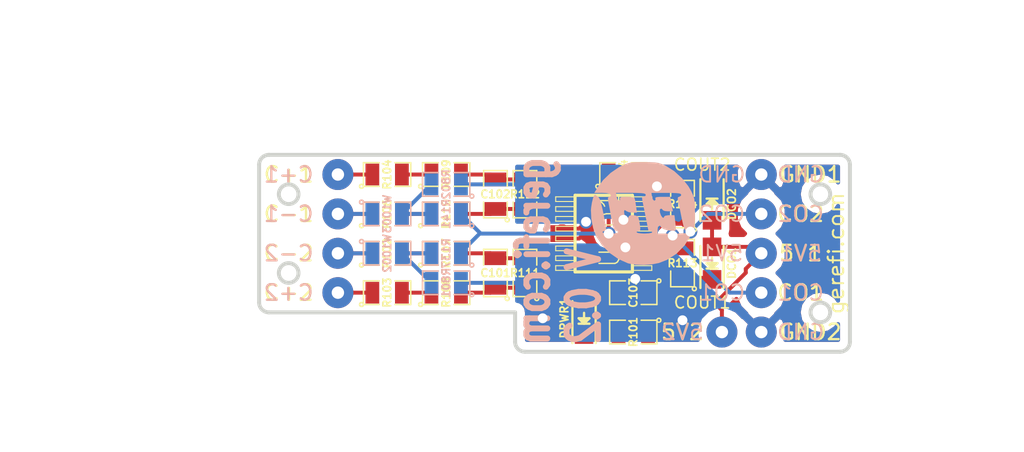
<source format=kicad_pcb>
(kicad_pcb (version 4) (host pcbnew 4.0.5)

  (general
    (links 0)
    (no_connects 0)
    (area 174.080714 108.839 241.082288 140.119101)
    (thickness 1.6)
    (drawings 41)
    (tracks 120)
    (zones 0)
    (modules 38)
    (nets 22)
  )

  (page A)
  (title_block
    (title "VR board")
    (date 2018-12-15)
    (rev R0.2)
    (company "gerefi by DAECU")
  )

  (layers
    (0 F.Cu signal)
    (31 B.Cu signal)
    (32 B.Adhes user)
    (33 F.Adhes user)
    (34 B.Paste user)
    (35 F.Paste user)
    (36 B.SilkS user)
    (37 F.SilkS user)
    (38 B.Mask user)
    (39 F.Mask user)
    (40 Dwgs.User user)
    (41 Cmts.User user)
    (42 Eco1.User user)
    (43 Eco2.User user)
    (44 Edge.Cuts user)
  )

  (setup
    (last_trace_width 0.254)
    (user_trace_width 0.5)
    (user_trace_width 1.27)
    (trace_clearance 0.1778)
    (zone_clearance 0.508)
    (zone_45_only no)
    (trace_min 0.254)
    (segment_width 0.254)
    (edge_width 0.254)
    (via_size 0.889)
    (via_drill 0.635)
    (via_min_size 0.889)
    (via_min_drill 0.508)
    (uvia_size 0.508)
    (uvia_drill 0.127)
    (uvias_allowed no)
    (uvia_min_size 0.508)
    (uvia_min_drill 0.127)
    (pcb_text_width 0.4318)
    (pcb_text_size 1.524 2.032)
    (mod_edge_width 0.09906)
    (mod_text_size 1.524 1.524)
    (mod_text_width 0.254)
    (pad_size 0.35052 0.70104)
    (pad_drill 0.6)
    (pad_to_mask_clearance 0.254)
    (aux_axis_origin 0 0)
    (visible_elements 7FFFF77F)
    (pcbplotparams
      (layerselection 0x010f0_80000001)
      (usegerberextensions true)
      (excludeedgelayer true)
      (linewidth 0.150000)
      (plotframeref false)
      (viasonmask false)
      (mode 1)
      (useauxorigin false)
      (hpglpennumber 1)
      (hpglpenspeed 20)
      (hpglpendiameter 15)
      (hpglpenoverlay 2)
      (psnegative false)
      (psa4output false)
      (plotreference true)
      (plotvalue false)
      (plotinvisibletext false)
      (padsonsilk false)
      (subtractmaskfromsilk false)
      (outputformat 1)
      (mirror false)
      (drillshape 0)
      (scaleselection 1)
      (outputdirectory gerber))
  )

  (net 0 "")
  (net 1 /5V)
  (net 2 /CAM+)
  (net 3 /CAM-)
  (net 4 /CRK2+)
  (net 5 /CRK2-)
  (net 6 GND)
  (net 7 "Net-(C101-Pad1)")
  (net 8 "Net-(C101-Pad2)")
  (net 9 "Net-(C102-Pad1)")
  (net 10 "Net-(C102-Pad2)")
  (net 11 "Net-(R102-Pad2)")
  (net 12 "Net-(R103-Pad2)")
  (net 13 "Net-(R104-Pad2)")
  (net 14 "Net-(R106-Pad2)")
  (net 15 "Net-(R137-Pad2)")
  (net 16 "Net-(R141-Pad2)")
  (net 17 /Cout2)
  (net 18 /Cout1)
  (net 19 "Net-(DCO1-Pad1)")
  (net 20 "Net-(DCO2-Pad1)")
  (net 21 "Net-(DPWR1-Pad1)")

  (net_class Default "Это класс цепей по умолчанию."
    (clearance 0.1778)
    (trace_width 0.254)
    (via_dia 0.889)
    (via_drill 0.635)
    (uvia_dia 0.508)
    (uvia_drill 0.127)
    (add_net /5V)
    (add_net /CAM+)
    (add_net /CAM-)
    (add_net /CRK2+)
    (add_net /CRK2-)
    (add_net /Cout1)
    (add_net /Cout2)
    (add_net GND)
    (add_net "Net-(C101-Pad1)")
    (add_net "Net-(C101-Pad2)")
    (add_net "Net-(C102-Pad1)")
    (add_net "Net-(C102-Pad2)")
    (add_net "Net-(DCO1-Pad1)")
    (add_net "Net-(DCO2-Pad1)")
    (add_net "Net-(DPWR1-Pad1)")
    (add_net "Net-(R102-Pad2)")
    (add_net "Net-(R103-Pad2)")
    (add_net "Net-(R104-Pad2)")
    (add_net "Net-(R106-Pad2)")
    (add_net "Net-(R137-Pad2)")
    (add_net "Net-(R141-Pad2)")
  )

  (module LED_0805 (layer F.Cu) (tedit 5C152311) (tstamp 56D4E3F9)
    (at 217.17 125.095 90)
    (descr "LED 0805 smd package")
    (tags "LED 0805 SMD")
    (path /55237975)
    (attr smd)
    (fp_text reference DCO1 (at 0 1.27 90) (layer F.SilkS)
      (effects (font (size 0.508 0.508) (thickness 0.10922)))
    )
    (fp_text value LED-red (at 0 1.75 90) (layer F.Fab) hide
      (effects (font (size 1 1) (thickness 0.15)))
    )
    (fp_line (start -1.6 0.75) (end 1.1 0.75) (layer F.SilkS) (width 0.15))
    (fp_line (start -1.6 -0.75) (end 1.1 -0.75) (layer F.SilkS) (width 0.15))
    (fp_line (start -0.1 0.15) (end -0.1 -0.1) (layer F.SilkS) (width 0.15))
    (fp_line (start -0.1 -0.1) (end -0.25 0.05) (layer F.SilkS) (width 0.15))
    (fp_line (start -0.35 -0.35) (end -0.35 0.35) (layer F.SilkS) (width 0.15))
    (fp_line (start 0 0) (end 0.35 0) (layer F.SilkS) (width 0.15))
    (fp_line (start -0.35 0) (end 0 -0.35) (layer F.SilkS) (width 0.15))
    (fp_line (start 0 -0.35) (end 0 0.35) (layer F.SilkS) (width 0.15))
    (fp_line (start 0 0.35) (end -0.35 0) (layer F.SilkS) (width 0.15))
    (fp_line (start 1.9 -0.95) (end 1.9 0.95) (layer F.CrtYd) (width 0.05))
    (fp_line (start 1.9 0.95) (end -1.9 0.95) (layer F.CrtYd) (width 0.05))
    (fp_line (start -1.9 0.95) (end -1.9 -0.95) (layer F.CrtYd) (width 0.05))
    (fp_line (start -1.9 -0.95) (end 1.9 -0.95) (layer F.CrtYd) (width 0.05))
    (pad 2 smd rect (at 1.04902 0 270) (size 1.19888 1.19888) (layers F.Cu F.Paste F.Mask)
      (net 1 /5V))
    (pad 1 smd rect (at -1.04902 0 270) (size 1.19888 1.19888) (layers F.Cu F.Paste F.Mask)
      (net 19 "Net-(DCO1-Pad1)"))
    (model LEDs.3dshapes/LED_0805.wrl
      (at (xyz 0 0 0))
      (scale (xyz 1 1 1))
      (rotate (xyz 0 0 0))
    )
  )

  (module LED_0805 (layer F.Cu) (tedit 5C1632A3) (tstamp 5C14D4E9)
    (at 208.915 128.651 90)
    (descr "LED 0805 smd package")
    (tags "LED 0805 SMD")
    (path /5C14D6AC)
    (attr smd)
    (fp_text reference DPWR1 (at 0 -1.27 90) (layer F.SilkS)
      (effects (font (size 0.508 0.508) (thickness 0.10922)))
    )
    (fp_text value LED-red (at 0 1.75 90) (layer F.Fab) hide
      (effects (font (size 1 1) (thickness 0.15)))
    )
    (fp_line (start -1.6 0.75) (end 1.1 0.75) (layer F.SilkS) (width 0.15))
    (fp_line (start -1.6 -0.75) (end 1.1 -0.75) (layer F.SilkS) (width 0.15))
    (fp_line (start -0.1 0.15) (end -0.1 -0.1) (layer F.SilkS) (width 0.15))
    (fp_line (start -0.1 -0.1) (end -0.25 0.05) (layer F.SilkS) (width 0.15))
    (fp_line (start -0.35 -0.35) (end -0.35 0.35) (layer F.SilkS) (width 0.15))
    (fp_line (start 0 0) (end 0.35 0) (layer F.SilkS) (width 0.15))
    (fp_line (start -0.35 0) (end 0 -0.35) (layer F.SilkS) (width 0.15))
    (fp_line (start 0 -0.35) (end 0 0.35) (layer F.SilkS) (width 0.15))
    (fp_line (start 0 0.35) (end -0.35 0) (layer F.SilkS) (width 0.15))
    (fp_line (start 1.9 -0.95) (end 1.9 0.95) (layer F.CrtYd) (width 0.05))
    (fp_line (start 1.9 0.95) (end -1.9 0.95) (layer F.CrtYd) (width 0.05))
    (fp_line (start -1.9 0.95) (end -1.9 -0.95) (layer F.CrtYd) (width 0.05))
    (fp_line (start -1.9 -0.95) (end 1.9 -0.95) (layer F.CrtYd) (width 0.05))
    (pad 2 smd rect (at 1.04902 0 270) (size 1.19888 1.19888) (layers F.Cu F.Paste F.Mask)
      (net 1 /5V))
    (pad 1 smd rect (at -1.04902 0 270) (size 1.19888 1.19888) (layers F.Cu F.Paste F.Mask)
      (net 21 "Net-(DPWR1-Pad1)"))
    (model LEDs.3dshapes/LED_0805.wrl
      (at (xyz 0 0 0))
      (scale (xyz 1 1 1))
      (rotate (xyz 0 0 0))
    )
  )

  (module SM0805 placed (layer F.Cu) (tedit 5C14D305) (tstamp 5C14D4CC)
    (at 212.09 129.54 180)
    (path /5C14D89B)
    (attr smd)
    (fp_text reference R101 (at 0 0 270) (layer F.SilkS)
      (effects (font (size 0.50038 0.50038) (thickness 0.10922)))
    )
    (fp_text value 10k (at 0 0.381 180) (layer F.SilkS) hide
      (effects (font (size 0.50038 0.50038) (thickness 0.10922)))
    )
    (fp_circle (center -1.651 0.762) (end -1.651 0.635) (layer F.SilkS) (width 0.09906))
    (fp_line (start -0.508 0.762) (end -1.524 0.762) (layer F.SilkS) (width 0.09906))
    (fp_line (start -1.524 0.762) (end -1.524 -0.762) (layer F.SilkS) (width 0.09906))
    (fp_line (start -1.524 -0.762) (end -0.508 -0.762) (layer F.SilkS) (width 0.09906))
    (fp_line (start 0.508 -0.762) (end 1.524 -0.762) (layer F.SilkS) (width 0.09906))
    (fp_line (start 1.524 -0.762) (end 1.524 0.762) (layer F.SilkS) (width 0.09906))
    (fp_line (start 1.524 0.762) (end 0.508 0.762) (layer F.SilkS) (width 0.09906))
    (pad 1 smd rect (at -0.9525 0 180) (size 0.889 1.397) (layers F.Cu F.Paste F.Mask)
      (net 6 GND))
    (pad 2 smd rect (at 0.9525 0 180) (size 0.889 1.397) (layers F.Cu F.Paste F.Mask)
      (net 21 "Net-(DPWR1-Pad1)"))
    (model smd/chip_cms.wrl
      (at (xyz 0 0 0))
      (scale (xyz 0.1 0.1 0.1))
      (rotate (xyz 0 0 0))
    )
  )

  (module SM0805 placed (layer F.Cu) (tedit 56D4E61B) (tstamp 528A14D4)
    (at 203.2 125.73 90)
    (path /4AD9C851)
    (attr smd)
    (fp_text reference C101 (at 0 0 180) (layer F.SilkS)
      (effects (font (size 0.50038 0.50038) (thickness 0.10922)))
    )
    (fp_text value 1000pF (at 0 0.381 90) (layer F.SilkS) hide
      (effects (font (size 0.50038 0.50038) (thickness 0.10922)))
    )
    (fp_circle (center -1.651 0.762) (end -1.651 0.635) (layer F.SilkS) (width 0.09906))
    (fp_line (start -0.508 0.762) (end -1.524 0.762) (layer F.SilkS) (width 0.09906))
    (fp_line (start -1.524 0.762) (end -1.524 -0.762) (layer F.SilkS) (width 0.09906))
    (fp_line (start -1.524 -0.762) (end -0.508 -0.762) (layer F.SilkS) (width 0.09906))
    (fp_line (start 0.508 -0.762) (end 1.524 -0.762) (layer F.SilkS) (width 0.09906))
    (fp_line (start 1.524 -0.762) (end 1.524 0.762) (layer F.SilkS) (width 0.09906))
    (fp_line (start 1.524 0.762) (end 0.508 0.762) (layer F.SilkS) (width 0.09906))
    (pad 1 smd rect (at -0.9525 0 90) (size 0.889 1.397) (layers F.Cu F.Paste F.Mask)
      (net 7 "Net-(C101-Pad1)"))
    (pad 2 smd rect (at 0.9525 0 90) (size 0.889 1.397) (layers F.Cu F.Paste F.Mask)
      (net 8 "Net-(C101-Pad2)"))
    (model smd/chip_cms.wrl
      (at (xyz 0 0 0))
      (scale (xyz 0.1 0.1 0.1))
      (rotate (xyz 0 0 0))
    )
  )

  (module SM0805 placed (layer F.Cu) (tedit 56D4E61F) (tstamp 528A14E1)
    (at 203.2 120.65 90)
    (path /4AD9CD25)
    (attr smd)
    (fp_text reference C102 (at 0 0 180) (layer F.SilkS)
      (effects (font (size 0.50038 0.50038) (thickness 0.10922)))
    )
    (fp_text value 1000pF (at 0 0.381 90) (layer F.SilkS) hide
      (effects (font (size 0.50038 0.50038) (thickness 0.10922)))
    )
    (fp_circle (center -1.651 0.762) (end -1.651 0.635) (layer F.SilkS) (width 0.09906))
    (fp_line (start -0.508 0.762) (end -1.524 0.762) (layer F.SilkS) (width 0.09906))
    (fp_line (start -1.524 0.762) (end -1.524 -0.762) (layer F.SilkS) (width 0.09906))
    (fp_line (start -1.524 -0.762) (end -0.508 -0.762) (layer F.SilkS) (width 0.09906))
    (fp_line (start 0.508 -0.762) (end 1.524 -0.762) (layer F.SilkS) (width 0.09906))
    (fp_line (start 1.524 -0.762) (end 1.524 0.762) (layer F.SilkS) (width 0.09906))
    (fp_line (start 1.524 0.762) (end 0.508 0.762) (layer F.SilkS) (width 0.09906))
    (pad 1 smd rect (at -0.9525 0 90) (size 0.889 1.397) (layers F.Cu F.Paste F.Mask)
      (net 9 "Net-(C102-Pad1)"))
    (pad 2 smd rect (at 0.9525 0 90) (size 0.889 1.397) (layers F.Cu F.Paste F.Mask)
      (net 10 "Net-(C102-Pad2)"))
    (model smd/chip_cms.wrl
      (at (xyz 0 0 0))
      (scale (xyz 0.1 0.1 0.1))
      (rotate (xyz 0 0 0))
    )
  )

  (module SM0805 placed (layer F.Cu) (tedit 56D4E60A) (tstamp 528A14FA)
    (at 211.455 119.38)
    (path /50D6291F)
    (attr smd)
    (fp_text reference C104 (at 0 0 90) (layer F.SilkS)
      (effects (font (size 0.50038 0.50038) (thickness 0.10922)))
    )
    (fp_text value 0.1uF (at 0 0.381) (layer F.SilkS) hide
      (effects (font (size 0.50038 0.50038) (thickness 0.10922)))
    )
    (fp_circle (center -1.651 0.762) (end -1.651 0.635) (layer F.SilkS) (width 0.09906))
    (fp_line (start -0.508 0.762) (end -1.524 0.762) (layer F.SilkS) (width 0.09906))
    (fp_line (start -1.524 0.762) (end -1.524 -0.762) (layer F.SilkS) (width 0.09906))
    (fp_line (start -1.524 -0.762) (end -0.508 -0.762) (layer F.SilkS) (width 0.09906))
    (fp_line (start 0.508 -0.762) (end 1.524 -0.762) (layer F.SilkS) (width 0.09906))
    (fp_line (start 1.524 -0.762) (end 1.524 0.762) (layer F.SilkS) (width 0.09906))
    (fp_line (start 1.524 0.762) (end 0.508 0.762) (layer F.SilkS) (width 0.09906))
    (pad 1 smd rect (at -0.9525 0) (size 0.889 1.397) (layers F.Cu F.Paste F.Mask)
      (net 1 /5V))
    (pad 2 smd rect (at 0.9525 0) (size 0.889 1.397) (layers F.Cu F.Paste F.Mask)
      (net 6 GND))
    (model smd/chip_cms.wrl
      (at (xyz 0 0 0))
      (scale (xyz 0.1 0.1 0.1))
      (rotate (xyz 0 0 0))
    )
  )

  (module SM0805 placed (layer F.Cu) (tedit 56D4E511) (tstamp 529E9947)
    (at 196.215 124.46)
    (path /4E39E3A9)
    (attr smd)
    (fp_text reference R102 (at 0 0 90) (layer F.SilkS)
      (effects (font (size 0.50038 0.50038) (thickness 0.10922)))
    )
    (fp_text value 5k (at 0 0.381) (layer F.SilkS) hide
      (effects (font (size 0.50038 0.50038) (thickness 0.10922)))
    )
    (fp_circle (center -1.651 0.762) (end -1.651 0.635) (layer F.SilkS) (width 0.09906))
    (fp_line (start -0.508 0.762) (end -1.524 0.762) (layer F.SilkS) (width 0.09906))
    (fp_line (start -1.524 0.762) (end -1.524 -0.762) (layer F.SilkS) (width 0.09906))
    (fp_line (start -1.524 -0.762) (end -0.508 -0.762) (layer F.SilkS) (width 0.09906))
    (fp_line (start 0.508 -0.762) (end 1.524 -0.762) (layer F.SilkS) (width 0.09906))
    (fp_line (start 1.524 -0.762) (end 1.524 0.762) (layer F.SilkS) (width 0.09906))
    (fp_line (start 1.524 0.762) (end 0.508 0.762) (layer F.SilkS) (width 0.09906))
    (pad 1 smd rect (at -0.9525 0) (size 0.889 1.397) (layers F.Cu F.Paste F.Mask)
      (net 5 /CRK2-))
    (pad 2 smd rect (at 0.9525 0) (size 0.889 1.397) (layers F.Cu F.Paste F.Mask)
      (net 11 "Net-(R102-Pad2)"))
    (model smd/chip_cms.wrl
      (at (xyz 0 0 0))
      (scale (xyz 0.1 0.1 0.1))
      (rotate (xyz 0 0 0))
    )
  )

  (module SM0805 placed (layer F.Cu) (tedit 56D4E539) (tstamp 528A15A8)
    (at 196.215 127)
    (path /4E39E3A5)
    (attr smd)
    (fp_text reference R103 (at 0 0 90) (layer F.SilkS)
      (effects (font (size 0.50038 0.50038) (thickness 0.10922)))
    )
    (fp_text value 5k (at 0 0.381) (layer F.SilkS) hide
      (effects (font (size 0.50038 0.50038) (thickness 0.10922)))
    )
    (fp_circle (center -1.651 0.762) (end -1.651 0.635) (layer F.SilkS) (width 0.09906))
    (fp_line (start -0.508 0.762) (end -1.524 0.762) (layer F.SilkS) (width 0.09906))
    (fp_line (start -1.524 0.762) (end -1.524 -0.762) (layer F.SilkS) (width 0.09906))
    (fp_line (start -1.524 -0.762) (end -0.508 -0.762) (layer F.SilkS) (width 0.09906))
    (fp_line (start 0.508 -0.762) (end 1.524 -0.762) (layer F.SilkS) (width 0.09906))
    (fp_line (start 1.524 -0.762) (end 1.524 0.762) (layer F.SilkS) (width 0.09906))
    (fp_line (start 1.524 0.762) (end 0.508 0.762) (layer F.SilkS) (width 0.09906))
    (pad 1 smd rect (at -0.9525 0) (size 0.889 1.397) (layers F.Cu F.Paste F.Mask)
      (net 4 /CRK2+))
    (pad 2 smd rect (at 0.9525 0) (size 0.889 1.397) (layers F.Cu F.Paste F.Mask)
      (net 12 "Net-(R103-Pad2)"))
    (model smd/chip_cms.wrl
      (at (xyz 0 0 0))
      (scale (xyz 0.1 0.1 0.1))
      (rotate (xyz 0 0 0))
    )
  )

  (module SM0805 placed (layer F.Cu) (tedit 56D4E55C) (tstamp 528A15B5)
    (at 196.215 119.38)
    (path /4E39E39B)
    (attr smd)
    (fp_text reference R104 (at 0 0 90) (layer F.SilkS)
      (effects (font (size 0.50038 0.50038) (thickness 0.10922)))
    )
    (fp_text value 5k (at 0 0.381) (layer F.SilkS) hide
      (effects (font (size 0.50038 0.50038) (thickness 0.10922)))
    )
    (fp_circle (center -1.651 0.762) (end -1.651 0.635) (layer F.SilkS) (width 0.09906))
    (fp_line (start -0.508 0.762) (end -1.524 0.762) (layer F.SilkS) (width 0.09906))
    (fp_line (start -1.524 0.762) (end -1.524 -0.762) (layer F.SilkS) (width 0.09906))
    (fp_line (start -1.524 -0.762) (end -0.508 -0.762) (layer F.SilkS) (width 0.09906))
    (fp_line (start 0.508 -0.762) (end 1.524 -0.762) (layer F.SilkS) (width 0.09906))
    (fp_line (start 1.524 -0.762) (end 1.524 0.762) (layer F.SilkS) (width 0.09906))
    (fp_line (start 1.524 0.762) (end 0.508 0.762) (layer F.SilkS) (width 0.09906))
    (pad 1 smd rect (at -0.9525 0) (size 0.889 1.397) (layers F.Cu F.Paste F.Mask)
      (net 2 /CAM+))
    (pad 2 smd rect (at 0.9525 0) (size 0.889 1.397) (layers F.Cu F.Paste F.Mask)
      (net 13 "Net-(R104-Pad2)"))
    (model smd/chip_cms.wrl
      (at (xyz 0 0 0))
      (scale (xyz 0.1 0.1 0.1))
      (rotate (xyz 0 0 0))
    )
  )

  (module SM0805 (layer F.Cu) (tedit 56D4E74E) (tstamp 528A15CF)
    (at 196.215 121.92)
    (path /4E39E39D)
    (attr smd)
    (fp_text reference R106 (at 0 0 90) (layer F.SilkS)
      (effects (font (size 0.50038 0.50038) (thickness 0.10922)))
    )
    (fp_text value 5k (at 0 0.381) (layer F.SilkS) hide
      (effects (font (size 0.50038 0.50038) (thickness 0.10922)))
    )
    (fp_circle (center -1.651 0.762) (end -1.651 0.635) (layer F.SilkS) (width 0.09906))
    (fp_line (start -0.508 0.762) (end -1.524 0.762) (layer F.SilkS) (width 0.09906))
    (fp_line (start -1.524 0.762) (end -1.524 -0.762) (layer F.SilkS) (width 0.09906))
    (fp_line (start -1.524 -0.762) (end -0.508 -0.762) (layer F.SilkS) (width 0.09906))
    (fp_line (start 0.508 -0.762) (end 1.524 -0.762) (layer F.SilkS) (width 0.09906))
    (fp_line (start 1.524 -0.762) (end 1.524 0.762) (layer F.SilkS) (width 0.09906))
    (fp_line (start 1.524 0.762) (end 0.508 0.762) (layer F.SilkS) (width 0.09906))
    (pad 1 smd rect (at -0.9525 0) (size 0.889 1.397) (layers F.Cu F.Paste F.Mask)
      (net 3 /CAM-))
    (pad 2 smd rect (at 0.9525 0) (size 0.889 1.397) (layers F.Cu F.Paste F.Mask)
      (net 14 "Net-(R106-Pad2)"))
    (model smd/chip_cms.wrl
      (at (xyz 0 0 0))
      (scale (xyz 0.1 0.1 0.1))
      (rotate (xyz 0 0 0))
    )
  )

  (module SM0805 placed (layer F.Cu) (tedit 56D4E519) (tstamp 528A15DC)
    (at 200.025 124.46)
    (path /4E39E3AD)
    (attr smd)
    (fp_text reference R107 (at 0 0 90) (layer F.SilkS)
      (effects (font (size 0.50038 0.50038) (thickness 0.10922)))
    )
    (fp_text value 5k (at 0 0.381) (layer F.SilkS) hide
      (effects (font (size 0.50038 0.50038) (thickness 0.10922)))
    )
    (fp_circle (center -1.651 0.762) (end -1.651 0.635) (layer F.SilkS) (width 0.09906))
    (fp_line (start -0.508 0.762) (end -1.524 0.762) (layer F.SilkS) (width 0.09906))
    (fp_line (start -1.524 0.762) (end -1.524 -0.762) (layer F.SilkS) (width 0.09906))
    (fp_line (start -1.524 -0.762) (end -0.508 -0.762) (layer F.SilkS) (width 0.09906))
    (fp_line (start 0.508 -0.762) (end 1.524 -0.762) (layer F.SilkS) (width 0.09906))
    (fp_line (start 1.524 -0.762) (end 1.524 0.762) (layer F.SilkS) (width 0.09906))
    (fp_line (start 1.524 0.762) (end 0.508 0.762) (layer F.SilkS) (width 0.09906))
    (pad 1 smd rect (at -0.9525 0) (size 0.889 1.397) (layers F.Cu F.Paste F.Mask)
      (net 11 "Net-(R102-Pad2)"))
    (pad 2 smd rect (at 0.9525 0) (size 0.889 1.397) (layers F.Cu F.Paste F.Mask)
      (net 8 "Net-(C101-Pad2)"))
    (model smd/chip_cms.wrl
      (at (xyz 0 0 0))
      (scale (xyz 0.1 0.1 0.1))
      (rotate (xyz 0 0 0))
    )
  )

  (module SM0805 placed (layer F.Cu) (tedit 56D4E554) (tstamp 528A15E9)
    (at 200.025 127)
    (path /4E39E3A0)
    (attr smd)
    (fp_text reference R108 (at 0 0 90) (layer F.SilkS)
      (effects (font (size 0.50038 0.50038) (thickness 0.10922)))
    )
    (fp_text value 5k (at 0 0.381) (layer F.SilkS) hide
      (effects (font (size 0.50038 0.50038) (thickness 0.10922)))
    )
    (fp_circle (center -1.651 0.762) (end -1.651 0.635) (layer F.SilkS) (width 0.09906))
    (fp_line (start -0.508 0.762) (end -1.524 0.762) (layer F.SilkS) (width 0.09906))
    (fp_line (start -1.524 0.762) (end -1.524 -0.762) (layer F.SilkS) (width 0.09906))
    (fp_line (start -1.524 -0.762) (end -0.508 -0.762) (layer F.SilkS) (width 0.09906))
    (fp_line (start 0.508 -0.762) (end 1.524 -0.762) (layer F.SilkS) (width 0.09906))
    (fp_line (start 1.524 -0.762) (end 1.524 0.762) (layer F.SilkS) (width 0.09906))
    (fp_line (start 1.524 0.762) (end 0.508 0.762) (layer F.SilkS) (width 0.09906))
    (pad 1 smd rect (at -0.9525 0) (size 0.889 1.397) (layers F.Cu F.Paste F.Mask)
      (net 12 "Net-(R103-Pad2)"))
    (pad 2 smd rect (at 0.9525 0) (size 0.889 1.397) (layers F.Cu F.Paste F.Mask)
      (net 7 "Net-(C101-Pad1)"))
    (model smd/chip_cms.wrl
      (at (xyz 0 0 0))
      (scale (xyz 0.1 0.1 0.1))
      (rotate (xyz 0 0 0))
    )
  )

  (module SM0805 placed (layer F.Cu) (tedit 56D4E756) (tstamp 528A15F6)
    (at 200.025 119.38)
    (path /4E39E396)
    (attr smd)
    (fp_text reference R109 (at 0 0 90) (layer F.SilkS)
      (effects (font (size 0.50038 0.50038) (thickness 0.10922)))
    )
    (fp_text value 5k (at 0 0.381) (layer F.SilkS) hide
      (effects (font (size 0.50038 0.50038) (thickness 0.10922)))
    )
    (fp_circle (center -1.651 0.762) (end -1.651 0.635) (layer F.SilkS) (width 0.09906))
    (fp_line (start -0.508 0.762) (end -1.524 0.762) (layer F.SilkS) (width 0.09906))
    (fp_line (start -1.524 0.762) (end -1.524 -0.762) (layer F.SilkS) (width 0.09906))
    (fp_line (start -1.524 -0.762) (end -0.508 -0.762) (layer F.SilkS) (width 0.09906))
    (fp_line (start 0.508 -0.762) (end 1.524 -0.762) (layer F.SilkS) (width 0.09906))
    (fp_line (start 1.524 -0.762) (end 1.524 0.762) (layer F.SilkS) (width 0.09906))
    (fp_line (start 1.524 0.762) (end 0.508 0.762) (layer F.SilkS) (width 0.09906))
    (pad 1 smd rect (at -0.9525 0) (size 0.889 1.397) (layers F.Cu F.Paste F.Mask)
      (net 13 "Net-(R104-Pad2)"))
    (pad 2 smd rect (at 0.9525 0) (size 0.889 1.397) (layers F.Cu F.Paste F.Mask)
      (net 10 "Net-(C102-Pad2)"))
    (model smd/chip_cms.wrl
      (at (xyz 0 0 0))
      (scale (xyz 0.1 0.1 0.1))
      (rotate (xyz 0 0 0))
    )
  )

  (module SM0805 placed (layer F.Cu) (tedit 56D4E74C) (tstamp 528A1603)
    (at 200.025 121.92)
    (path /4E39E393)
    (attr smd)
    (fp_text reference R110 (at 0 0 90) (layer F.SilkS)
      (effects (font (size 0.50038 0.50038) (thickness 0.10922)))
    )
    (fp_text value 5k (at 0 0.381) (layer F.SilkS) hide
      (effects (font (size 0.50038 0.50038) (thickness 0.10922)))
    )
    (fp_circle (center -1.651 0.762) (end -1.651 0.635) (layer F.SilkS) (width 0.09906))
    (fp_line (start -0.508 0.762) (end -1.524 0.762) (layer F.SilkS) (width 0.09906))
    (fp_line (start -1.524 0.762) (end -1.524 -0.762) (layer F.SilkS) (width 0.09906))
    (fp_line (start -1.524 -0.762) (end -0.508 -0.762) (layer F.SilkS) (width 0.09906))
    (fp_line (start 0.508 -0.762) (end 1.524 -0.762) (layer F.SilkS) (width 0.09906))
    (fp_line (start 1.524 -0.762) (end 1.524 0.762) (layer F.SilkS) (width 0.09906))
    (fp_line (start 1.524 0.762) (end 0.508 0.762) (layer F.SilkS) (width 0.09906))
    (pad 1 smd rect (at -0.9525 0) (size 0.889 1.397) (layers F.Cu F.Paste F.Mask)
      (net 14 "Net-(R106-Pad2)"))
    (pad 2 smd rect (at 0.9525 0) (size 0.889 1.397) (layers F.Cu F.Paste F.Mask)
      (net 9 "Net-(C102-Pad1)"))
    (model smd/chip_cms.wrl
      (at (xyz 0 0 0))
      (scale (xyz 0.1 0.1 0.1))
      (rotate (xyz 0 0 0))
    )
  )

  (module SM0805 placed (layer F.Cu) (tedit 56D4E615) (tstamp 529E99E5)
    (at 205.105 125.73 90)
    (path /4E39E390)
    (attr smd)
    (fp_text reference R111 (at 0 0 180) (layer F.SilkS)
      (effects (font (size 0.50038 0.50038) (thickness 0.10922)))
    )
    (fp_text value 5k (at 0 0.381 90) (layer F.SilkS) hide
      (effects (font (size 0.50038 0.50038) (thickness 0.10922)))
    )
    (fp_circle (center -1.651 0.762) (end -1.651 0.635) (layer F.SilkS) (width 0.09906))
    (fp_line (start -0.508 0.762) (end -1.524 0.762) (layer F.SilkS) (width 0.09906))
    (fp_line (start -1.524 0.762) (end -1.524 -0.762) (layer F.SilkS) (width 0.09906))
    (fp_line (start -1.524 -0.762) (end -0.508 -0.762) (layer F.SilkS) (width 0.09906))
    (fp_line (start 0.508 -0.762) (end 1.524 -0.762) (layer F.SilkS) (width 0.09906))
    (fp_line (start 1.524 -0.762) (end 1.524 0.762) (layer F.SilkS) (width 0.09906))
    (fp_line (start 1.524 0.762) (end 0.508 0.762) (layer F.SilkS) (width 0.09906))
    (pad 1 smd rect (at -0.9525 0 90) (size 0.889 1.397) (layers F.Cu F.Paste F.Mask)
      (net 7 "Net-(C101-Pad1)"))
    (pad 2 smd rect (at 0.9525 0 90) (size 0.889 1.397) (layers F.Cu F.Paste F.Mask)
      (net 8 "Net-(C101-Pad2)"))
    (model smd/chip_cms.wrl
      (at (xyz 0 0 0))
      (scale (xyz 0.1 0.1 0.1))
      (rotate (xyz 0 0 0))
    )
  )

  (module SM0805 placed (layer F.Cu) (tedit 56D4E624) (tstamp 528A161D)
    (at 205.105 120.65 90)
    (path /4E39E38D)
    (attr smd)
    (fp_text reference R112 (at 0 0 180) (layer F.SilkS)
      (effects (font (size 0.50038 0.50038) (thickness 0.10922)))
    )
    (fp_text value 5k (at 0 0.381 90) (layer F.SilkS) hide
      (effects (font (size 0.50038 0.50038) (thickness 0.10922)))
    )
    (fp_circle (center -1.651 0.762) (end -1.651 0.635) (layer F.SilkS) (width 0.09906))
    (fp_line (start -0.508 0.762) (end -1.524 0.762) (layer F.SilkS) (width 0.09906))
    (fp_line (start -1.524 0.762) (end -1.524 -0.762) (layer F.SilkS) (width 0.09906))
    (fp_line (start -1.524 -0.762) (end -0.508 -0.762) (layer F.SilkS) (width 0.09906))
    (fp_line (start 0.508 -0.762) (end 1.524 -0.762) (layer F.SilkS) (width 0.09906))
    (fp_line (start 1.524 -0.762) (end 1.524 0.762) (layer F.SilkS) (width 0.09906))
    (fp_line (start 1.524 0.762) (end 0.508 0.762) (layer F.SilkS) (width 0.09906))
    (pad 1 smd rect (at -0.9525 0 90) (size 0.889 1.397) (layers F.Cu F.Paste F.Mask)
      (net 9 "Net-(C102-Pad1)"))
    (pad 2 smd rect (at 0.9525 0 90) (size 0.889 1.397) (layers F.Cu F.Paste F.Mask)
      (net 10 "Net-(C102-Pad2)"))
    (model smd/chip_cms.wrl
      (at (xyz 0 0 0))
      (scale (xyz 0.1 0.1 0.1))
      (rotate (xyz 0 0 0))
    )
  )

  (module SM0805 placed (layer F.Cu) (tedit 56D4E70D) (tstamp 52E1E98D)
    (at 215.265 125.095 90)
    (path /4AD9C75B)
    (attr smd)
    (fp_text reference R113 (at 0 0 180) (layer F.SilkS)
      (effects (font (size 0.50038 0.50038) (thickness 0.10922)))
    )
    (fp_text value 10k (at 0 0.381 90) (layer F.SilkS) hide
      (effects (font (size 0.50038 0.50038) (thickness 0.10922)))
    )
    (fp_circle (center -1.651 0.762) (end -1.651 0.635) (layer F.SilkS) (width 0.09906))
    (fp_line (start -0.508 0.762) (end -1.524 0.762) (layer F.SilkS) (width 0.09906))
    (fp_line (start -1.524 0.762) (end -1.524 -0.762) (layer F.SilkS) (width 0.09906))
    (fp_line (start -1.524 -0.762) (end -0.508 -0.762) (layer F.SilkS) (width 0.09906))
    (fp_line (start 0.508 -0.762) (end 1.524 -0.762) (layer F.SilkS) (width 0.09906))
    (fp_line (start 1.524 -0.762) (end 1.524 0.762) (layer F.SilkS) (width 0.09906))
    (fp_line (start 1.524 0.762) (end 0.508 0.762) (layer F.SilkS) (width 0.09906))
    (pad 1 smd rect (at -0.9525 0 90) (size 0.889 1.397) (layers F.Cu F.Paste F.Mask)
      (net 19 "Net-(DCO1-Pad1)"))
    (pad 2 smd rect (at 0.9525 0 90) (size 0.889 1.397) (layers F.Cu F.Paste F.Mask)
      (net 18 /Cout1))
    (model smd/chip_cms.wrl
      (at (xyz 0 0 0))
      (scale (xyz 0.1 0.1 0.1))
      (rotate (xyz 0 0 0))
    )
  )

  (module SM0805 placed (layer F.Cu) (tedit 56D4E710) (tstamp 528A1637)
    (at 215.265 121.285 90)
    (path /5101D08D)
    (attr smd)
    (fp_text reference R114 (at 0 0 180) (layer F.SilkS)
      (effects (font (size 0.50038 0.50038) (thickness 0.10922)))
    )
    (fp_text value 10k (at 0 0.381 90) (layer F.SilkS) hide
      (effects (font (size 0.50038 0.50038) (thickness 0.10922)))
    )
    (fp_circle (center -1.651 0.762) (end -1.651 0.635) (layer F.SilkS) (width 0.09906))
    (fp_line (start -0.508 0.762) (end -1.524 0.762) (layer F.SilkS) (width 0.09906))
    (fp_line (start -1.524 0.762) (end -1.524 -0.762) (layer F.SilkS) (width 0.09906))
    (fp_line (start -1.524 -0.762) (end -0.508 -0.762) (layer F.SilkS) (width 0.09906))
    (fp_line (start 0.508 -0.762) (end 1.524 -0.762) (layer F.SilkS) (width 0.09906))
    (fp_line (start 1.524 -0.762) (end 1.524 0.762) (layer F.SilkS) (width 0.09906))
    (fp_line (start 1.524 0.762) (end 0.508 0.762) (layer F.SilkS) (width 0.09906))
    (pad 1 smd rect (at -0.9525 0 90) (size 0.889 1.397) (layers F.Cu F.Paste F.Mask)
      (net 17 /Cout2))
    (pad 2 smd rect (at 0.9525 0 90) (size 0.889 1.397) (layers F.Cu F.Paste F.Mask)
      (net 20 "Net-(DCO2-Pad1)"))
    (model smd/chip_cms.wrl
      (at (xyz 0 0 0))
      (scale (xyz 0.1 0.1 0.1))
      (rotate (xyz 0 0 0))
    )
  )

  (module maxim-10-QSOP16 placed (layer F.Cu) (tedit 529E9A8F) (tstamp 529C9412)
    (at 210.185 123.19 90)
    (descr "SMALL OUTLINE PACKAGE")
    (tags "SMALL OUTLINE PACKAGE")
    (path /4BF90B79)
    (attr smd)
    (fp_text reference U101 (at 0.254 0.381 90) (layer F.SilkS)
      (effects (font (size 1.27 1.27) (thickness 0.0889)))
    )
    (fp_text value MAX9926/9927 (at -3.45186 -0.97028 180) (layer F.SilkS) hide
      (effects (font (size 1.27 1.27) (thickness 0.0889)))
    )
    (fp_line (start -2.37236 3.0988) (end -2.0701 3.0988) (layer F.SilkS) (width 0.06604))
    (fp_line (start -2.0701 3.0988) (end -2.0701 1.79832) (layer F.SilkS) (width 0.06604))
    (fp_line (start -2.37236 1.79832) (end -2.0701 1.79832) (layer F.SilkS) (width 0.06604))
    (fp_line (start -2.37236 3.0988) (end -2.37236 1.79832) (layer F.SilkS) (width 0.06604))
    (fp_line (start -1.73736 3.0988) (end -1.4351 3.0988) (layer F.SilkS) (width 0.06604))
    (fp_line (start -1.4351 3.0988) (end -1.4351 1.79832) (layer F.SilkS) (width 0.06604))
    (fp_line (start -1.73736 1.79832) (end -1.4351 1.79832) (layer F.SilkS) (width 0.06604))
    (fp_line (start -1.73736 3.0988) (end -1.73736 1.79832) (layer F.SilkS) (width 0.06604))
    (fp_line (start -1.10236 3.0988) (end -0.8001 3.0988) (layer F.SilkS) (width 0.06604))
    (fp_line (start -0.8001 3.0988) (end -0.8001 1.79832) (layer F.SilkS) (width 0.06604))
    (fp_line (start -1.10236 1.79832) (end -0.8001 1.79832) (layer F.SilkS) (width 0.06604))
    (fp_line (start -1.10236 3.0988) (end -1.10236 1.79832) (layer F.SilkS) (width 0.06604))
    (fp_line (start -0.46736 3.0988) (end -0.1651 3.0988) (layer F.SilkS) (width 0.06604))
    (fp_line (start -0.1651 3.0988) (end -0.1651 1.79832) (layer F.SilkS) (width 0.06604))
    (fp_line (start -0.46736 1.79832) (end -0.1651 1.79832) (layer F.SilkS) (width 0.06604))
    (fp_line (start -0.46736 3.0988) (end -0.46736 1.79832) (layer F.SilkS) (width 0.06604))
    (fp_line (start 0.1651 3.0988) (end 0.46736 3.0988) (layer F.SilkS) (width 0.06604))
    (fp_line (start 0.46736 3.0988) (end 0.46736 1.79832) (layer F.SilkS) (width 0.06604))
    (fp_line (start 0.1651 1.79832) (end 0.46736 1.79832) (layer F.SilkS) (width 0.06604))
    (fp_line (start 0.1651 3.0988) (end 0.1651 1.79832) (layer F.SilkS) (width 0.06604))
    (fp_line (start 0.8001 3.0988) (end 1.10236 3.0988) (layer F.SilkS) (width 0.06604))
    (fp_line (start 1.10236 3.0988) (end 1.10236 1.79832) (layer F.SilkS) (width 0.06604))
    (fp_line (start 0.8001 1.79832) (end 1.10236 1.79832) (layer F.SilkS) (width 0.06604))
    (fp_line (start 0.8001 3.0988) (end 0.8001 1.79832) (layer F.SilkS) (width 0.06604))
    (fp_line (start 1.4351 3.0988) (end 1.73736 3.0988) (layer F.SilkS) (width 0.06604))
    (fp_line (start 1.73736 3.0988) (end 1.73736 1.79832) (layer F.SilkS) (width 0.06604))
    (fp_line (start 1.4351 1.79832) (end 1.73736 1.79832) (layer F.SilkS) (width 0.06604))
    (fp_line (start 1.4351 3.0988) (end 1.4351 1.79832) (layer F.SilkS) (width 0.06604))
    (fp_line (start 2.0701 3.0988) (end 2.37236 3.0988) (layer F.SilkS) (width 0.06604))
    (fp_line (start 2.37236 3.0988) (end 2.37236 1.79832) (layer F.SilkS) (width 0.06604))
    (fp_line (start 2.0701 1.79832) (end 2.37236 1.79832) (layer F.SilkS) (width 0.06604))
    (fp_line (start 2.0701 3.0988) (end 2.0701 1.79832) (layer F.SilkS) (width 0.06604))
    (fp_line (start 2.0701 -1.79832) (end 2.37236 -1.79832) (layer F.SilkS) (width 0.06604))
    (fp_line (start 2.37236 -1.79832) (end 2.37236 -3.0988) (layer F.SilkS) (width 0.06604))
    (fp_line (start 2.0701 -3.0988) (end 2.37236 -3.0988) (layer F.SilkS) (width 0.06604))
    (fp_line (start 2.0701 -1.79832) (end 2.0701 -3.0988) (layer F.SilkS) (width 0.06604))
    (fp_line (start 1.4351 -1.79832) (end 1.73736 -1.79832) (layer F.SilkS) (width 0.06604))
    (fp_line (start 1.73736 -1.79832) (end 1.73736 -3.0988) (layer F.SilkS) (width 0.06604))
    (fp_line (start 1.4351 -3.0988) (end 1.73736 -3.0988) (layer F.SilkS) (width 0.06604))
    (fp_line (start 1.4351 -1.79832) (end 1.4351 -3.0988) (layer F.SilkS) (width 0.06604))
    (fp_line (start 0.8001 -1.79832) (end 1.10236 -1.79832) (layer F.SilkS) (width 0.06604))
    (fp_line (start 1.10236 -1.79832) (end 1.10236 -3.0988) (layer F.SilkS) (width 0.06604))
    (fp_line (start 0.8001 -3.0988) (end 1.10236 -3.0988) (layer F.SilkS) (width 0.06604))
    (fp_line (start 0.8001 -1.79832) (end 0.8001 -3.0988) (layer F.SilkS) (width 0.06604))
    (fp_line (start 0.1651 -1.79832) (end 0.46736 -1.79832) (layer F.SilkS) (width 0.06604))
    (fp_line (start 0.46736 -1.79832) (end 0.46736 -3.0988) (layer F.SilkS) (width 0.06604))
    (fp_line (start 0.1651 -3.0988) (end 0.46736 -3.0988) (layer F.SilkS) (width 0.06604))
    (fp_line (start 0.1651 -1.79832) (end 0.1651 -3.0988) (layer F.SilkS) (width 0.06604))
    (fp_line (start -0.46736 -1.79832) (end -0.1651 -1.79832) (layer F.SilkS) (width 0.06604))
    (fp_line (start -0.1651 -1.79832) (end -0.1651 -3.0988) (layer F.SilkS) (width 0.06604))
    (fp_line (start -0.46736 -3.0988) (end -0.1651 -3.0988) (layer F.SilkS) (width 0.06604))
    (fp_line (start -0.46736 -1.79832) (end -0.46736 -3.0988) (layer F.SilkS) (width 0.06604))
    (fp_line (start -1.10236 -1.79832) (end -0.8001 -1.79832) (layer F.SilkS) (width 0.06604))
    (fp_line (start -0.8001 -1.79832) (end -0.8001 -3.0988) (layer F.SilkS) (width 0.06604))
    (fp_line (start -1.10236 -3.0988) (end -0.8001 -3.0988) (layer F.SilkS) (width 0.06604))
    (fp_line (start -1.10236 -1.79832) (end -1.10236 -3.0988) (layer F.SilkS) (width 0.06604))
    (fp_line (start -1.73736 -1.79832) (end -1.4351 -1.79832) (layer F.SilkS) (width 0.06604))
    (fp_line (start -1.4351 -1.79832) (end -1.4351 -3.0988) (layer F.SilkS) (width 0.06604))
    (fp_line (start -1.73736 -3.0988) (end -1.4351 -3.0988) (layer F.SilkS) (width 0.06604))
    (fp_line (start -1.73736 -1.79832) (end -1.73736 -3.0988) (layer F.SilkS) (width 0.06604))
    (fp_line (start -2.37236 -1.79832) (end -2.0701 -1.79832) (layer F.SilkS) (width 0.06604))
    (fp_line (start -2.0701 -1.79832) (end -2.0701 -3.0988) (layer F.SilkS) (width 0.06604))
    (fp_line (start -2.37236 -3.0988) (end -2.0701 -3.0988) (layer F.SilkS) (width 0.06604))
    (fp_line (start -2.37236 -1.79832) (end -2.37236 -3.0988) (layer F.SilkS) (width 0.06604))
    (fp_line (start -2.46888 1.84912) (end -2.46888 -1.84912) (layer F.SilkS) (width 0.2032))
    (fp_line (start 2.46888 -1.84912) (end 2.46888 1.84912) (layer F.SilkS) (width 0.2032))
    (fp_line (start -2.46888 1.84912) (end 2.46888 1.84912) (layer F.SilkS) (width 0.2032))
    (fp_line (start 2.46888 -1.84912) (end -2.46888 -1.84912) (layer F.SilkS) (width 0.2032))
    (fp_circle (center -1.64846 1.04902) (end -1.79832 1.19888) (layer F.SilkS) (width 0.00254))
    (pad 1 smd rect (at -2.2225 2.68986 90) (size 0.44958 1.4986) (layers F.Cu F.Paste F.Mask)
      (net 6 GND))
    (pad 2 smd rect (at -1.5875 2.68986 90) (size 0.44958 1.4986) (layers F.Cu F.Paste F.Mask))
    (pad 3 smd rect (at -0.9525 2.68986 90) (size 0.44958 1.4986) (layers F.Cu F.Paste F.Mask)
      (net 6 GND))
    (pad 4 smd rect (at -0.3175 2.68986 90) (size 0.44958 1.4986) (layers F.Cu F.Paste F.Mask)
      (net 18 /Cout1))
    (pad 5 smd rect (at 0.3175 2.68986 90) (size 0.44958 1.4986) (layers F.Cu F.Paste F.Mask)
      (net 17 /Cout2))
    (pad 6 smd rect (at 0.9525 2.68986 90) (size 0.44958 1.4986) (layers F.Cu F.Paste F.Mask)
      (net 6 GND))
    (pad 7 smd rect (at 1.5875 2.68986 90) (size 0.44958 1.4986) (layers F.Cu F.Paste F.Mask))
    (pad 8 smd rect (at 2.2225 2.68986 90) (size 0.44958 1.4986) (layers F.Cu F.Paste F.Mask)
      (net 6 GND))
    (pad 9 smd rect (at 2.2225 -2.68986 90) (size 0.44958 1.4986) (layers F.Cu F.Paste F.Mask)
      (net 10 "Net-(C102-Pad2)"))
    (pad 10 smd rect (at 1.5875 -2.68986 90) (size 0.44958 1.4986) (layers F.Cu F.Paste F.Mask)
      (net 9 "Net-(C102-Pad1)"))
    (pad 11 smd rect (at 0.9525 -2.68986 90) (size 0.44958 1.4986) (layers F.Cu F.Paste F.Mask)
      (net 6 GND))
    (pad 12 smd rect (at 0.3175 -2.68986 90) (size 0.44958 1.4986) (layers F.Cu F.Paste F.Mask)
      (net 6 GND))
    (pad 13 smd rect (at -0.3175 -2.68986 90) (size 0.44958 1.4986) (layers F.Cu F.Paste F.Mask)
      (net 6 GND))
    (pad 14 smd rect (at -0.9525 -2.68986 90) (size 0.44958 1.4986) (layers F.Cu F.Paste F.Mask)
      (net 1 /5V))
    (pad 15 smd rect (at -1.5875 -2.68986 90) (size 0.44958 1.4986) (layers F.Cu F.Paste F.Mask)
      (net 8 "Net-(C101-Pad2)"))
    (pad 16 smd rect (at -2.2225 -2.68986 90) (size 0.44958 1.4986) (layers F.Cu F.Paste F.Mask)
      (net 7 "Net-(C101-Pad1)"))
    (model smd/smd_dil/ssop-16.wrl
      (at (xyz 0 0 0))
      (scale (xyz 1 1 1))
      (rotate (xyz 0 0 0))
    )
  )

  (module SM0805 (layer F.Cu) (tedit 56D4E60F) (tstamp 528A14ED)
    (at 212.09 127 180)
    (path /4AD9CB8E)
    (attr smd)
    (fp_text reference C103 (at 0 0 270) (layer F.SilkS)
      (effects (font (size 0.50038 0.50038) (thickness 0.10922)))
    )
    (fp_text value 10uF (at 0 0.381 180) (layer F.SilkS) hide
      (effects (font (size 0.50038 0.50038) (thickness 0.10922)))
    )
    (fp_circle (center -1.651 0.762) (end -1.651 0.635) (layer F.SilkS) (width 0.09906))
    (fp_line (start -0.508 0.762) (end -1.524 0.762) (layer F.SilkS) (width 0.09906))
    (fp_line (start -1.524 0.762) (end -1.524 -0.762) (layer F.SilkS) (width 0.09906))
    (fp_line (start -1.524 -0.762) (end -0.508 -0.762) (layer F.SilkS) (width 0.09906))
    (fp_line (start 0.508 -0.762) (end 1.524 -0.762) (layer F.SilkS) (width 0.09906))
    (fp_line (start 1.524 -0.762) (end 1.524 0.762) (layer F.SilkS) (width 0.09906))
    (fp_line (start 1.524 0.762) (end 0.508 0.762) (layer F.SilkS) (width 0.09906))
    (pad 1 smd rect (at -0.9525 0 180) (size 0.889 1.397) (layers F.Cu F.Paste F.Mask)
      (net 6 GND))
    (pad 2 smd rect (at 0.9525 0 180) (size 0.889 1.397) (layers F.Cu F.Paste F.Mask)
      (net 1 /5V))
    (model smd/chip_cms.wrl
      (at (xyz 0 0 0))
      (scale (xyz 0.1 0.1 0.1))
      (rotate (xyz 0 0 0))
    )
  )

  (module SM0805 placed (layer B.Cu) (tedit 56D4E0BE) (tstamp 56D4E299)
    (at 200.025 124.46 180)
    (path /4E39E3AF)
    (attr smd)
    (fp_text reference R137 (at 0 0 450) (layer B.SilkS)
      (effects (font (size 0.50038 0.50038) (thickness 0.10922)) (justify mirror))
    )
    (fp_text value 1K (at 0 0 450) (layer B.SilkS) hide
      (effects (font (size 0.50038 0.50038) (thickness 0.10922)) (justify mirror))
    )
    (fp_circle (center -1.651 -0.762) (end -1.651 -0.635) (layer B.SilkS) (width 0.09906))
    (fp_line (start -0.508 -0.762) (end -1.524 -0.762) (layer B.SilkS) (width 0.09906))
    (fp_line (start -1.524 -0.762) (end -1.524 0.762) (layer B.SilkS) (width 0.09906))
    (fp_line (start -1.524 0.762) (end -0.508 0.762) (layer B.SilkS) (width 0.09906))
    (fp_line (start 0.508 0.762) (end 1.524 0.762) (layer B.SilkS) (width 0.09906))
    (fp_line (start 1.524 0.762) (end 1.524 -0.762) (layer B.SilkS) (width 0.09906))
    (fp_line (start 1.524 -0.762) (end 0.508 -0.762) (layer B.SilkS) (width 0.09906))
    (pad 1 smd rect (at -0.9525 0 180) (size 0.889 1.397) (layers B.Cu B.Paste B.Mask)
      (net 1 /5V))
    (pad 2 smd rect (at 0.9525 0 180) (size 0.889 1.397) (layers B.Cu B.Paste B.Mask)
      (net 15 "Net-(R137-Pad2)"))
    (model smd/chip_cms.wrl
      (at (xyz 0 0 0))
      (scale (xyz 0.1 0.1 0.1))
      (rotate (xyz 0 0 0))
    )
  )

  (module SM0805 placed (layer B.Cu) (tedit 56D4E0BE) (tstamp 56D4E2A6)
    (at 200.025 121.92 180)
    (path /4E39E399)
    (attr smd)
    (fp_text reference R141 (at 0 0 450) (layer B.SilkS)
      (effects (font (size 0.50038 0.50038) (thickness 0.10922)) (justify mirror))
    )
    (fp_text value 1K (at 0 0 450) (layer B.SilkS) hide
      (effects (font (size 0.50038 0.50038) (thickness 0.10922)) (justify mirror))
    )
    (fp_circle (center -1.651 -0.762) (end -1.651 -0.635) (layer B.SilkS) (width 0.09906))
    (fp_line (start -0.508 -0.762) (end -1.524 -0.762) (layer B.SilkS) (width 0.09906))
    (fp_line (start -1.524 -0.762) (end -1.524 0.762) (layer B.SilkS) (width 0.09906))
    (fp_line (start -1.524 0.762) (end -0.508 0.762) (layer B.SilkS) (width 0.09906))
    (fp_line (start 0.508 0.762) (end 1.524 0.762) (layer B.SilkS) (width 0.09906))
    (fp_line (start 1.524 0.762) (end 1.524 -0.762) (layer B.SilkS) (width 0.09906))
    (fp_line (start 1.524 -0.762) (end 0.508 -0.762) (layer B.SilkS) (width 0.09906))
    (pad 1 smd rect (at -0.9525 0 180) (size 0.889 1.397) (layers B.Cu B.Paste B.Mask)
      (net 1 /5V))
    (pad 2 smd rect (at 0.9525 0 180) (size 0.889 1.397) (layers B.Cu B.Paste B.Mask)
      (net 16 "Net-(R141-Pad2)"))
    (model smd/chip_cms.wrl
      (at (xyz 0 0 0))
      (scale (xyz 0.1 0.1 0.1))
      (rotate (xyz 0 0 0))
    )
  )

  (module SM0805 placed (layer B.Cu) (tedit 56D4E0BE) (tstamp 56D4E2B3)
    (at 200.025 126.365 180)
    (path /53FD4D54)
    (attr smd)
    (fp_text reference R801 (at 0 0 450) (layer B.SilkS)
      (effects (font (size 0.50038 0.50038) (thickness 0.10922)) (justify mirror))
    )
    (fp_text value pdwn (at 0 0 450) (layer B.SilkS) hide
      (effects (font (size 0.50038 0.50038) (thickness 0.10922)) (justify mirror))
    )
    (fp_circle (center -1.651 -0.762) (end -1.651 -0.635) (layer B.SilkS) (width 0.09906))
    (fp_line (start -0.508 -0.762) (end -1.524 -0.762) (layer B.SilkS) (width 0.09906))
    (fp_line (start -1.524 -0.762) (end -1.524 0.762) (layer B.SilkS) (width 0.09906))
    (fp_line (start -1.524 0.762) (end -0.508 0.762) (layer B.SilkS) (width 0.09906))
    (fp_line (start 0.508 0.762) (end 1.524 0.762) (layer B.SilkS) (width 0.09906))
    (fp_line (start 1.524 0.762) (end 1.524 -0.762) (layer B.SilkS) (width 0.09906))
    (fp_line (start 1.524 -0.762) (end 0.508 -0.762) (layer B.SilkS) (width 0.09906))
    (pad 1 smd rect (at -0.9525 0 180) (size 0.889 1.397) (layers B.Cu B.Paste B.Mask)
      (net 6 GND))
    (pad 2 smd rect (at 0.9525 0 180) (size 0.889 1.397) (layers B.Cu B.Paste B.Mask)
      (net 15 "Net-(R137-Pad2)"))
    (model smd/chip_cms.wrl
      (at (xyz 0 0 0))
      (scale (xyz 0.1 0.1 0.1))
      (rotate (xyz 0 0 0))
    )
  )

  (module SM0805 placed (layer B.Cu) (tedit 56D4E0BE) (tstamp 56D4E2C0)
    (at 200.025 120.015 180)
    (path /53FD4DD7)
    (attr smd)
    (fp_text reference R802 (at 0 0 450) (layer B.SilkS)
      (effects (font (size 0.50038 0.50038) (thickness 0.10922)) (justify mirror))
    )
    (fp_text value pdwn (at 0 0 450) (layer B.SilkS) hide
      (effects (font (size 0.50038 0.50038) (thickness 0.10922)) (justify mirror))
    )
    (fp_circle (center -1.651 -0.762) (end -1.651 -0.635) (layer B.SilkS) (width 0.09906))
    (fp_line (start -0.508 -0.762) (end -1.524 -0.762) (layer B.SilkS) (width 0.09906))
    (fp_line (start -1.524 -0.762) (end -1.524 0.762) (layer B.SilkS) (width 0.09906))
    (fp_line (start -1.524 0.762) (end -0.508 0.762) (layer B.SilkS) (width 0.09906))
    (fp_line (start 0.508 0.762) (end 1.524 0.762) (layer B.SilkS) (width 0.09906))
    (fp_line (start 1.524 0.762) (end 1.524 -0.762) (layer B.SilkS) (width 0.09906))
    (fp_line (start 1.524 -0.762) (end 0.508 -0.762) (layer B.SilkS) (width 0.09906))
    (pad 1 smd rect (at -0.9525 0 180) (size 0.889 1.397) (layers B.Cu B.Paste B.Mask)
      (net 6 GND))
    (pad 2 smd rect (at 0.9525 0 180) (size 0.889 1.397) (layers B.Cu B.Paste B.Mask)
      (net 16 "Net-(R141-Pad2)"))
    (model smd/chip_cms.wrl
      (at (xyz 0 0 0))
      (scale (xyz 0.1 0.1 0.1))
      (rotate (xyz 0 0 0))
    )
  )

  (module LED_0805 (layer F.Cu) (tedit 5C15231D) (tstamp 56D4E40C)
    (at 217.17 121.285 270)
    (descr "LED 0805 smd package")
    (tags "LED 0805 SMD")
    (path /5523B6C7)
    (attr smd)
    (fp_text reference DCO2 (at 0 -1.27 270) (layer F.SilkS)
      (effects (font (size 0.508 0.508) (thickness 0.10922)))
    )
    (fp_text value LED-red (at 0 1.75 270) (layer F.Fab) hide
      (effects (font (size 1 1) (thickness 0.15)))
    )
    (fp_line (start -1.6 0.75) (end 1.1 0.75) (layer F.SilkS) (width 0.15))
    (fp_line (start -1.6 -0.75) (end 1.1 -0.75) (layer F.SilkS) (width 0.15))
    (fp_line (start -0.1 0.15) (end -0.1 -0.1) (layer F.SilkS) (width 0.15))
    (fp_line (start -0.1 -0.1) (end -0.25 0.05) (layer F.SilkS) (width 0.15))
    (fp_line (start -0.35 -0.35) (end -0.35 0.35) (layer F.SilkS) (width 0.15))
    (fp_line (start 0 0) (end 0.35 0) (layer F.SilkS) (width 0.15))
    (fp_line (start -0.35 0) (end 0 -0.35) (layer F.SilkS) (width 0.15))
    (fp_line (start 0 -0.35) (end 0 0.35) (layer F.SilkS) (width 0.15))
    (fp_line (start 0 0.35) (end -0.35 0) (layer F.SilkS) (width 0.15))
    (fp_line (start 1.9 -0.95) (end 1.9 0.95) (layer F.CrtYd) (width 0.05))
    (fp_line (start 1.9 0.95) (end -1.9 0.95) (layer F.CrtYd) (width 0.05))
    (fp_line (start -1.9 0.95) (end -1.9 -0.95) (layer F.CrtYd) (width 0.05))
    (fp_line (start -1.9 -0.95) (end 1.9 -0.95) (layer F.CrtYd) (width 0.05))
    (pad 2 smd rect (at 1.04902 0 90) (size 1.19888 1.19888) (layers F.Cu F.Paste F.Mask)
      (net 1 /5V))
    (pad 1 smd rect (at -1.04902 0 90) (size 1.19888 1.19888) (layers F.Cu F.Paste F.Mask)
      (net 20 "Net-(DCO2-Pad1)"))
    (model LEDs.3dshapes/LED_0805.wrl
      (at (xyz 0 0 0))
      (scale (xyz 1 1 1))
      (rotate (xyz 0 0 0))
    )
  )

  (module SM0805 placed (layer B.Cu) (tedit 56D4E0BE) (tstamp 56D4E560)
    (at 196.215 124.46)
    (path /50CE3DD7)
    (attr smd)
    (fp_text reference W1002 (at 0 0 270) (layer B.SilkS)
      (effects (font (size 0.50038 0.50038) (thickness 0.10922)) (justify mirror))
    )
    (fp_text value JMP (at 0 0 270) (layer B.SilkS) hide
      (effects (font (size 0.50038 0.50038) (thickness 0.10922)) (justify mirror))
    )
    (fp_circle (center -1.651 -0.762) (end -1.651 -0.635) (layer B.SilkS) (width 0.09906))
    (fp_line (start -0.508 -0.762) (end -1.524 -0.762) (layer B.SilkS) (width 0.09906))
    (fp_line (start -1.524 -0.762) (end -1.524 0.762) (layer B.SilkS) (width 0.09906))
    (fp_line (start -1.524 0.762) (end -0.508 0.762) (layer B.SilkS) (width 0.09906))
    (fp_line (start 0.508 0.762) (end 1.524 0.762) (layer B.SilkS) (width 0.09906))
    (fp_line (start 1.524 0.762) (end 1.524 -0.762) (layer B.SilkS) (width 0.09906))
    (fp_line (start 1.524 -0.762) (end 0.508 -0.762) (layer B.SilkS) (width 0.09906))
    (pad 1 smd rect (at -0.9525 0) (size 0.889 1.397) (layers B.Cu B.Paste B.Mask)
      (net 5 /CRK2-))
    (pad 2 smd rect (at 0.9525 0) (size 0.889 1.397) (layers B.Cu B.Paste B.Mask)
      (net 15 "Net-(R137-Pad2)"))
    (model smd/chip_cms.wrl
      (at (xyz 0 0 0))
      (scale (xyz 0.1 0.1 0.1))
      (rotate (xyz 0 0 0))
    )
  )

  (module SM0805 placed (layer B.Cu) (tedit 56D4E0BE) (tstamp 56D4E56D)
    (at 196.215 121.92)
    (path /50CE3E18)
    (attr smd)
    (fp_text reference W1003 (at 0 0 270) (layer B.SilkS)
      (effects (font (size 0.50038 0.50038) (thickness 0.10922)) (justify mirror))
    )
    (fp_text value JMP (at 0 0 270) (layer B.SilkS) hide
      (effects (font (size 0.50038 0.50038) (thickness 0.10922)) (justify mirror))
    )
    (fp_circle (center -1.651 -0.762) (end -1.651 -0.635) (layer B.SilkS) (width 0.09906))
    (fp_line (start -0.508 -0.762) (end -1.524 -0.762) (layer B.SilkS) (width 0.09906))
    (fp_line (start -1.524 -0.762) (end -1.524 0.762) (layer B.SilkS) (width 0.09906))
    (fp_line (start -1.524 0.762) (end -0.508 0.762) (layer B.SilkS) (width 0.09906))
    (fp_line (start 0.508 0.762) (end 1.524 0.762) (layer B.SilkS) (width 0.09906))
    (fp_line (start 1.524 0.762) (end 1.524 -0.762) (layer B.SilkS) (width 0.09906))
    (fp_line (start 1.524 -0.762) (end 0.508 -0.762) (layer B.SilkS) (width 0.09906))
    (pad 1 smd rect (at -0.9525 0) (size 0.889 1.397) (layers B.Cu B.Paste B.Mask)
      (net 3 /CAM-))
    (pad 2 smd rect (at 0.9525 0) (size 0.889 1.397) (layers B.Cu B.Paste B.Mask)
      (net 16 "Net-(R141-Pad2)"))
    (model smd/chip_cms.wrl
      (at (xyz 0 0 0))
      (scale (xyz 0.1 0.1 0.1))
      (rotate (xyz 0 0 0))
    )
  )

  (module Wire_Pads:SolderWirePad_single_0-8mmDrill (layer B.Cu) (tedit 5C163BFF) (tstamp 5C163564)
    (at 193.04 119.38)
    (path /5C164A9D)
    (fp_text reference C+1 (at -3.175 0) (layer B.SilkS)
      (effects (font (size 1 1) (thickness 0.15)) (justify mirror))
    )
    (fp_text value CONN_01X01 (at 0 -2.54) (layer B.Fab) hide
      (effects (font (size 1 1) (thickness 0.15)) (justify mirror))
    )
    (pad 1 thru_hole circle (at 0 0) (size 1.99898 1.99898) (drill 0.8001) (layers *.Cu *.Mask)
      (net 2 /CAM+))
  )

  (module Wire_Pads:SolderWirePad_single_0-8mmDrill (layer B.Cu) (tedit 5C1630B9) (tstamp 5C163568)
    (at 193.04 127)
    (path /5C1643C9)
    (fp_text reference C+2 (at -3.175 0) (layer B.SilkS)
      (effects (font (size 1 1) (thickness 0.15)) (justify mirror))
    )
    (fp_text value CONN_01X01 (at 0 -2.54) (layer B.Fab) hide
      (effects (font (size 1 1) (thickness 0.15)) (justify mirror))
    )
    (pad 1 thru_hole circle (at 0 0) (size 1.99898 1.99898) (drill 0.8001) (layers *.Cu *.Mask)
      (net 4 /CRK2+))
  )

  (module Wire_Pads:SolderWirePad_single_0-8mmDrill (layer B.Cu) (tedit 5C1630C2) (tstamp 5C16356C)
    (at 193.04 121.92)
    (path /5C164A15)
    (fp_text reference C-1 (at -3.175 0) (layer B.SilkS)
      (effects (font (size 1 1) (thickness 0.15)) (justify mirror))
    )
    (fp_text value CONN_01X01 (at 0 -2.54) (layer B.Fab) hide
      (effects (font (size 1 1) (thickness 0.15)) (justify mirror))
    )
    (pad 1 thru_hole circle (at 0 0) (size 1.99898 1.99898) (drill 0.8001) (layers *.Cu *.Mask)
      (net 3 /CAM-))
  )

  (module Wire_Pads:SolderWirePad_single_0-8mmDrill (layer B.Cu) (tedit 5C1630BE) (tstamp 5C163570)
    (at 193.04 124.46)
    (path /5C164994)
    (fp_text reference C-2 (at -3.175 0) (layer B.SilkS)
      (effects (font (size 1 1) (thickness 0.15)) (justify mirror))
    )
    (fp_text value CONN_01X01 (at 0 -2.54) (layer B.Fab) hide
      (effects (font (size 1 1) (thickness 0.15)) (justify mirror))
    )
    (pad 1 thru_hole circle (at 0 0) (size 1.99898 1.99898) (drill 0.8001) (layers *.Cu *.Mask)
      (net 5 /CRK2-))
  )

  (module Wire_Pads:SolderWirePad_single_0-8mmDrill (layer F.Cu) (tedit 5C163200) (tstamp 5C163652)
    (at 220.345 124.46)
    (path /56D641A2)
    (fp_text reference 5V1 (at 2.54 0) (layer F.SilkS)
      (effects (font (size 1 1) (thickness 0.15)))
    )
    (fp_text value CONN_01X01 (at 0 2.54) (layer F.Fab) hide
      (effects (font (size 1 1) (thickness 0.15)))
    )
    (pad 1 thru_hole circle (at 0 0) (size 1.99898 1.99898) (drill 0.8001) (layers *.Cu *.Mask)
      (net 1 /5V))
  )

  (module Wire_Pads:SolderWirePad_single_0-8mmDrill (layer F.Cu) (tedit 5C163328) (tstamp 5C163656)
    (at 217.805 129.54 180)
    (path /5C163609)
    (fp_text reference 5V2 (at 2.54 0 180) (layer F.SilkS)
      (effects (font (size 1 1) (thickness 0.15)))
    )
    (fp_text value CONN_01X01 (at 0 2.54 180) (layer F.Fab) hide
      (effects (font (size 1 1) (thickness 0.15)))
    )
    (pad 1 thru_hole circle (at 0 0 180) (size 1.99898 1.99898) (drill 0.8001) (layers *.Cu *.Mask)
      (net 1 /5V))
  )

  (module Wire_Pads:SolderWirePad_single_0-8mmDrill (layer F.Cu) (tedit 5C16322C) (tstamp 5C16365A)
    (at 220.345 119.38)
    (path /5C163492)
    (fp_text reference GND1 (at 3.175 0) (layer F.SilkS)
      (effects (font (size 1 1) (thickness 0.15)))
    )
    (fp_text value CONN_01X01 (at 0 2.54) (layer F.Fab) hide
      (effects (font (size 1 1) (thickness 0.15)))
    )
    (pad 1 thru_hole circle (at 0 0) (size 1.99898 1.99898) (drill 0.8001) (layers *.Cu *.Mask)
      (net 6 GND))
  )

  (module Wire_Pads:SolderWirePad_single_0-8mmDrill (layer F.Cu) (tedit 5C16330E) (tstamp 5C16365E)
    (at 220.345 129.54)
    (path /5C1638E5)
    (fp_text reference GND2 (at 3.175 0) (layer F.SilkS)
      (effects (font (size 1 1) (thickness 0.15)))
    )
    (fp_text value CONN_01X01 (at 0 2.54) (layer F.Fab) hide
      (effects (font (size 1 1) (thickness 0.15)))
    )
    (pad 1 thru_hole circle (at 0 0) (size 1.99898 1.99898) (drill 0.8001) (layers *.Cu *.Mask)
      (net 6 GND))
  )

  (module Wire_Pads:SolderWirePad_single_0-8mmDrill (layer F.Cu) (tedit 5C163C60) (tstamp 5C163662)
    (at 220.345 127)
    (path /5C16386A)
    (fp_text reference CO1 (at 2.54 0) (layer F.SilkS)
      (effects (font (size 1 1) (thickness 0.15)))
    )
    (fp_text value CONN_01X01 (at 0 2.54) (layer F.Fab) hide
      (effects (font (size 1 1) (thickness 0.15)))
    )
    (pad 1 thru_hole circle (at 0 0) (size 1.99898 1.99898) (drill 0.8001) (layers *.Cu *.Mask)
      (net 18 /Cout1))
  )

  (module Wire_Pads:SolderWirePad_single_0-8mmDrill (layer F.Cu) (tedit 5C163C5C) (tstamp 5C163666)
    (at 220.345 121.92)
    (path /5C1636EE)
    (fp_text reference CO2 (at 2.54 0) (layer F.SilkS)
      (effects (font (size 1 1) (thickness 0.15)))
    )
    (fp_text value CONN_01X01 (at 0 2.54) (layer F.Fab) hide
      (effects (font (size 1 1) (thickness 0.15)))
    )
    (pad 1 thru_hole circle (at 0 0) (size 1.99898 1.99898) (drill 0.8001) (layers *.Cu *.Mask)
      (net 17 /Cout2))
  )

  (module gerefi_lib:LOGO_F (layer B.Cu) (tedit 5C163971) (tstamp 5C164D25)
    (at 212.725 121.92)
    (fp_text reference G? (at 0 -4.14782) (layer B.SilkS) hide
      (effects (font (thickness 0.3048)) (justify mirror))
    )
    (fp_text value LOGO (at 0 4.14782) (layer B.SilkS) hide
      (effects (font (thickness 0.3048)) (justify mirror))
    )
    (fp_poly (pts (xy 3.34518 -0.04318) (xy 3.3401 0.381) (xy 3.32486 0.68326) (xy 3.28676 0.90932)
      (xy 3.22326 1.1049) (xy 3.12166 1.3208) (xy 3.10896 1.3462) (xy 2.921 1.64084)
      (xy 2.921 1.18618) (xy 2.79654 1.1049) (xy 2.75844 1.09982) (xy 2.68732 1.016)
      (xy 2.60096 0.76708) (xy 2.5019 0.35052) (xy 2.46126 0.14732) (xy 2.38252 -0.24638)
      (xy 2.31394 -0.58928) (xy 2.2606 -0.84074) (xy 2.23266 -0.9525) (xy 2.2479 -1.07696)
      (xy 2.32156 -1.09982) (xy 2.4384 -1.16586) (xy 2.45618 -1.22682) (xy 2.42824 -1.28524)
      (xy 2.33172 -1.3208) (xy 2.13868 -1.34366) (xy 1.82372 -1.35382) (xy 1.49606 -1.35382)
      (xy 0.53594 -1.35382) (xy 0.57404 -1.09982) (xy 0.63246 -0.92202) (xy 0.7239 -0.84836)
      (xy 0.72644 -0.84582) (xy 0.80264 -0.90678) (xy 0.79248 -0.97536) (xy 0.79248 -1.04648)
      (xy 0.889 -1.08458) (xy 1.10744 -1.09982) (xy 1.24714 -1.09982) (xy 1.75006 -1.09982)
      (xy 1.83388 -0.635) (xy 1.9177 -0.17018) (xy 1.59258 -0.17018) (xy 1.38684 -0.1905)
      (xy 1.27508 -0.23876) (xy 1.27 -0.254) (xy 1.20142 -0.3302) (xy 1.15316 -0.33782)
      (xy 1.0795 -0.2921) (xy 1.08204 -0.127) (xy 1.0922 -0.07112) (xy 1.1557 0.1016)
      (xy 1.24206 0.22352) (xy 1.3208 0.25908) (xy 1.35382 0.1778) (xy 1.35382 0.17526)
      (xy 1.43002 0.11684) (xy 1.61544 0.08636) (xy 1.68656 0.08382) (xy 2.0193 0.08382)
      (xy 2.07772 0.55372) (xy 2.10312 0.81788) (xy 2.10312 1.01092) (xy 2.09042 1.06934)
      (xy 1.9685 1.09982) (xy 1.76022 1.08458) (xy 1.52146 1.03886) (xy 1.31318 0.97536)
      (xy 1.1938 0.90424) (xy 1.18618 0.88138) (xy 1.1176 0.7747) (xy 1.05918 0.762)
      (xy 0.95758 0.8382) (xy 0.93218 1.016) (xy 0.93218 1.27) (xy 1.95072 1.27)
      (xy 2.42062 1.26238) (xy 2.74066 1.2446) (xy 2.90322 1.21158) (xy 2.921 1.18618)
      (xy 2.921 1.64084) (xy 2.67716 2.02692) (xy 2.15646 2.5654) (xy 1.5494 2.9591)
      (xy 1.02108 3.16484) (xy 0.59182 3.24866) (xy 0.59182 1.18618) (xy 0.52324 1.10998)
      (xy 0.46482 1.09982) (xy 0.35306 1.08458) (xy 0.33782 1.06934) (xy 0.32258 0.98044)
      (xy 0.2794 0.75692) (xy 0.21336 0.4318) (xy 0.13462 0.04064) (xy 0.127 0)
      (xy 0.03556 -0.44958) (xy -0.02794 -0.75692) (xy -0.06096 -0.94996) (xy -0.06858 -1.0541)
      (xy -0.05334 -1.09728) (xy -0.01524 -1.1049) (xy 0.04318 -1.09982) (xy 0.15494 -1.1684)
      (xy 0.17018 -1.22682) (xy 0.14224 -1.28524) (xy 0.04572 -1.3208) (xy -0.14732 -1.34366)
      (xy -0.46228 -1.35382) (xy -0.78994 -1.35382) (xy -1.75006 -1.35382) (xy -1.71196 -1.09982)
      (xy -1.65354 -0.92202) (xy -1.5621 -0.84836) (xy -1.55956 -0.84582) (xy -1.48336 -0.90678)
      (xy -1.49352 -0.97282) (xy -1.49098 -1.04902) (xy -1.39446 -1.08712) (xy -1.1684 -1.09982)
      (xy -1.07188 -1.09982) (xy -0.80772 -1.08966) (xy -0.61976 -1.05918) (xy -0.56134 -1.03378)
      (xy -0.52578 -0.9144) (xy -0.48514 -0.69088) (xy -0.45974 -0.52578) (xy -0.40132 -0.08382)
      (xy -0.69342 -0.08382) (xy -0.91948 -0.11176) (xy -1.07696 -0.18034) (xy -1.08204 -0.18542)
      (xy -1.1938 -0.254) (xy -1.2319 -0.17018) (xy -1.21158 0.02032) (xy -1.143 0.17018)
      (xy -1.04394 0.254) (xy -0.95758 0.24892) (xy -0.93218 0.17018) (xy -0.86106 0.10668)
      (xy -0.69596 0.08382) (xy -0.50546 0.1016) (xy -0.35306 0.15494) (xy -0.31242 0.20066)
      (xy -0.27432 0.35052) (xy -0.2286 0.59436) (xy -0.20828 0.70866) (xy -0.18288 0.94996)
      (xy -0.20066 1.0668) (xy -0.27686 1.09982) (xy -0.28702 1.09982) (xy -0.4064 1.143)
      (xy -0.42418 1.18618) (xy -0.34544 1.22936) (xy -0.14478 1.25984) (xy 0.08382 1.27)
      (xy 0.3556 1.2573) (xy 0.53848 1.22428) (xy 0.59182 1.18618) (xy 0.59182 3.24866)
      (xy 0.5715 3.25374) (xy 0.0508 3.2893) (xy -0.4699 3.27152) (xy -0.91694 3.2004)
      (xy -0.99314 3.17754) (xy -1.59004 2.91338) (xy -2.15392 2.52222) (xy -2.63652 2.03708)
      (xy -2.99974 1.49606) (xy -3.03022 1.43256) (xy -3.22326 0.90932) (xy -3.3401 0.32258)
      (xy -3.3655 -0.2413) (xy -3.3528 -0.39624) (xy -3.29946 -0.7366) (xy -3.23088 -1.01092)
      (xy -3.15722 -1.18872) (xy -3.0861 -1.23698) (xy -3.06578 -1.21666) (xy -2.93624 -1.10998)
      (xy -2.88544 -1.08712) (xy -2.80924 -0.98298) (xy -2.7178 -0.71374) (xy -2.6162 -0.2921)
      (xy -2.57302 -0.08128) (xy -2.48158 0.38354) (xy -2.42316 0.70612) (xy -2.39268 0.9144)
      (xy -2.39014 1.03124) (xy -2.41554 1.08458) (xy -2.4638 1.09982) (xy -2.49682 1.09982)
      (xy -2.61112 1.14554) (xy -2.62382 1.18618) (xy -2.54762 1.22936) (xy -2.34696 1.25984)
      (xy -2.11582 1.27) (xy -1.8288 1.25476) (xy -1.651 1.21412) (xy -1.60274 1.15824)
      (xy -1.7018 1.09728) (xy -1.76276 1.0795) (xy -1.8415 1.02362) (xy -1.91008 0.88646)
      (xy -1.97866 0.63754) (xy -2.05486 0.25146) (xy -2.06248 0.2032) (xy -2.13106 -0.18288)
      (xy -2.19456 -0.52578) (xy -2.24282 -0.78232) (xy -2.25806 -0.86868) (xy -2.27076 -1.0414)
      (xy -2.19202 -1.09982) (xy -2.1717 -1.10236) (xy -2.07772 -1.15316) (xy -2.08534 -1.22936)
      (xy -2.1717 -1.30556) (xy -2.36728 -1.3462) (xy -2.6416 -1.35636) (xy -3.14706 -1.35382)
      (xy -2.95656 -1.67132) (xy -2.5781 -2.18186) (xy -2.09296 -2.64668) (xy -1.55702 -3.01244)
      (xy -1.44018 -3.0734) (xy -1.18618 -3.19532) (xy -0.97536 -3.27152) (xy -0.75692 -3.31724)
      (xy -0.48514 -3.33756) (xy -0.10668 -3.34264) (xy 0.04064 -3.34264) (xy 0.46482 -3.33756)
      (xy 0.76962 -3.32232) (xy 1.00076 -3.28422) (xy 1.2065 -3.21564) (xy 1.43764 -3.1115)
      (xy 1.47574 -3.09372) (xy 2.00914 -2.7559) (xy 2.50444 -2.30378) (xy 2.91592 -1.78816)
      (xy 3.10134 -1.46812) (xy 3.21056 -1.2319) (xy 3.28168 -1.02616) (xy 3.31978 -0.8001)
      (xy 3.3401 -0.50546) (xy 3.34264 -0.09398) (xy 3.34518 -0.04318) (xy 3.34518 -0.04318)) (layer B.SilkS) (width 0.00254))
  )

  (dimension 21.59 (width 0.381) (layer Cmts.User)
    (gr_text "0.8500 in" (at 215.265 138.303) (layer Cmts.User)
      (effects (font (size 2.032 1.524) (thickness 0.381)))
    )
    (feature1 (pts (xy 226.06 131.445) (xy 226.06 140.081)))
    (feature2 (pts (xy 204.47 131.445) (xy 204.47 140.081)))
    (crossbar (pts (xy 204.47 136.525) (xy 226.06 136.525)))
    (arrow1a (pts (xy 226.06 136.525) (xy 224.933496 137.111421)))
    (arrow1b (pts (xy 226.06 136.525) (xy 224.933496 135.938579)))
    (arrow2a (pts (xy 204.47 136.525) (xy 205.596504 137.111421)))
    (arrow2b (pts (xy 204.47 136.525) (xy 205.596504 135.938579)))
  )
  (dimension 21.59 (width 0.381) (layer Cmts.User)
    (gr_text "21.590 mm" (at 215.265 134.492999) (layer Cmts.User)
      (effects (font (size 2.032 1.524) (thickness 0.381)))
    )
    (feature1 (pts (xy 226.06 131.445) (xy 226.06 136.270999)))
    (feature2 (pts (xy 204.47 131.445) (xy 204.47 136.270999)))
    (crossbar (pts (xy 204.47 132.714999) (xy 226.06 132.714999)))
    (arrow1a (pts (xy 226.06 132.714999) (xy 224.933496 133.30142)))
    (arrow1b (pts (xy 226.06 132.714999) (xy 224.933496 132.128578)))
    (arrow2a (pts (xy 204.47 132.714999) (xy 205.596504 133.30142)))
    (arrow2b (pts (xy 204.47 132.714999) (xy 205.596504 132.128578)))
  )
  (dimension 10.16 (width 0.381) (layer Cmts.User)
    (gr_text "0.4000 in" (at 179.705 134.62 270) (layer Cmts.User)
      (effects (font (size 2.032 1.524) (thickness 0.381)))
    )
    (feature1 (pts (xy 182.245 128.27) (xy 176.149001 128.27)))
    (feature2 (pts (xy 182.245 118.11) (xy 176.149001 118.11)))
    (crossbar (pts (xy 179.705001 118.11) (xy 179.705001 128.27)))
    (arrow1a (pts (xy 179.705001 128.27) (xy 179.11858 127.143496)))
    (arrow1b (pts (xy 179.705001 128.27) (xy 180.291422 127.143496)))
    (arrow2a (pts (xy 179.705001 118.11) (xy 179.11858 119.236504)))
    (arrow2b (pts (xy 179.705001 118.11) (xy 180.291422 119.236504)))
  )
  (dimension 12.7 (width 0.381) (layer Cmts.User)
    (gr_text "0.5000 in" (at 235.458 124.46 270) (layer Cmts.User)
      (effects (font (size 2.032 1.524) (thickness 0.381)))
    )
    (feature1 (pts (xy 232.41 130.81) (xy 237.236 130.81)))
    (feature2 (pts (xy 232.41 118.11) (xy 237.236 118.11)))
    (crossbar (pts (xy 233.68 118.11) (xy 233.68 130.81)))
    (arrow1a (pts (xy 233.68 130.81) (xy 233.093579 129.683496)))
    (arrow1b (pts (xy 233.68 130.81) (xy 234.266421 129.683496)))
    (arrow2a (pts (xy 233.68 118.11) (xy 233.093579 119.236504)))
    (arrow2b (pts (xy 233.68 118.11) (xy 234.266421 119.236504)))
  )
  (dimension 38.1 (width 0.381) (layer Cmts.User)
    (gr_text "1.5000 in" (at 207.01 110.617) (layer Cmts.User)
      (effects (font (size 2.032 1.524) (thickness 0.381)))
    )
    (feature1 (pts (xy 226.06 113.03) (xy 226.06 108.839)))
    (feature2 (pts (xy 187.96 113.03) (xy 187.96 108.839)))
    (crossbar (pts (xy 187.96 112.395) (xy 226.06 112.395)))
    (arrow1a (pts (xy 226.06 112.395) (xy 224.933496 112.981421)))
    (arrow1b (pts (xy 226.06 112.395) (xy 224.933496 111.808579)))
    (arrow2a (pts (xy 187.96 112.395) (xy 189.086504 112.981421)))
    (arrow2b (pts (xy 187.96 112.395) (xy 189.086504 111.808579)))
  )
  (dimension 10.16 (width 0.381) (layer Cmts.User)
    (gr_text "10.160 mm" (at 185.42 135.89 270) (layer Cmts.User)
      (effects (font (size 2.032 1.524) (thickness 0.381)))
    )
    (feature1 (pts (xy 187.325 128.27) (xy 181.864 128.27)))
    (feature2 (pts (xy 187.325 118.11) (xy 181.864 118.11)))
    (crossbar (pts (xy 185.42 118.11) (xy 185.42 128.27)))
    (arrow1a (pts (xy 185.42 128.27) (xy 184.833579 127.143496)))
    (arrow1b (pts (xy 185.42 128.27) (xy 186.006421 127.143496)))
    (arrow2a (pts (xy 185.42 118.11) (xy 184.833579 119.236504)))
    (arrow2b (pts (xy 185.42 118.11) (xy 186.006421 119.236504)))
  )
  (dimension 12.7 (width 0.381) (layer Cmts.User)
    (gr_text "12.700 mm" (at 231.013 124.46 270) (layer Cmts.User)
      (effects (font (size 2.032 1.524) (thickness 0.381)))
    )
    (feature1 (pts (xy 227.33 130.81) (xy 232.791 130.81)))
    (feature2 (pts (xy 227.33 118.11) (xy 232.791 118.11)))
    (crossbar (pts (xy 229.235 118.11) (xy 229.235 130.81)))
    (arrow1a (pts (xy 229.235 130.81) (xy 228.648579 129.683496)))
    (arrow1b (pts (xy 229.235 130.81) (xy 229.821421 129.683496)))
    (arrow2a (pts (xy 229.235 118.11) (xy 228.648579 119.236504)))
    (arrow2b (pts (xy 229.235 118.11) (xy 229.821421 119.236504)))
  )
  (dimension 38.1 (width 0.381) (layer Cmts.User)
    (gr_text "38.100 mm" (at 207.01 114.427) (layer Cmts.User)
      (effects (font (size 2.032 1.524) (thickness 0.381)))
    )
    (feature1 (pts (xy 226.06 117.475) (xy 226.06 112.649)))
    (feature2 (pts (xy 187.96 117.475) (xy 187.96 112.649)))
    (crossbar (pts (xy 187.96 116.205) (xy 226.06 116.205)))
    (arrow1a (pts (xy 226.06 116.205) (xy 224.933496 116.791421)))
    (arrow1b (pts (xy 226.06 116.205) (xy 224.933496 115.618579)))
    (arrow2a (pts (xy 187.96 116.205) (xy 189.086504 116.791421)))
    (arrow2b (pts (xy 187.96 116.205) (xy 189.086504 115.618579)))
  )
  (gr_text C+2 (at 189.865 127) (layer F.SilkS)
    (effects (font (size 1 1) (thickness 0.15)))
  )
  (gr_text C-2 (at 189.865 124.46) (layer F.SilkS)
    (effects (font (size 1 1) (thickness 0.15)))
  )
  (gr_text C-1 (at 189.865 121.92) (layer F.SilkS)
    (effects (font (size 1 1) (thickness 0.15)))
  )
  (gr_text C+1 (at 189.865 119.38) (layer F.SilkS)
    (effects (font (size 1 1) (thickness 0.15)))
  )
  (gr_text CO2 (at 217.805 121.92) (layer B.SilkS)
    (effects (font (size 1 1) (thickness 0.127)) (justify mirror))
  )
  (gr_text GND (at 217.805 119.38) (layer B.SilkS)
    (effects (font (size 1 1) (thickness 0.127)) (justify mirror))
  )
  (gr_text CO1 (at 217.805 127) (layer B.SilkS)
    (effects (font (size 1 1) (thickness 0.127)) (justify mirror))
  )
  (gr_text 5V1 (at 217.805 124.46) (layer B.SilkS)
    (effects (font (size 1 1) (thickness 0.127)) (justify mirror))
  )
  (gr_text 5V2 (at 215.265 129.54) (layer B.SilkS)
    (effects (font (size 1 1) (thickness 0.127)) (justify mirror))
  )
  (gr_text GND (at 222.885 119.38) (layer B.SilkS)
    (effects (font (size 1 1) (thickness 0.127)) (justify mirror))
  )
  (gr_text CO2 (at 222.885 121.92) (layer B.SilkS)
    (effects (font (size 1 1) (thickness 0.127)) (justify mirror))
  )
  (gr_text 5V1 (at 222.885 124.46) (layer B.SilkS)
    (effects (font (size 1 1) (thickness 0.127)) (justify mirror))
  )
  (gr_text CO1 (at 222.885 127) (layer B.SilkS)
    (effects (font (size 1 1) (thickness 0.127)) (justify mirror))
  )
  (gr_text GND (at 222.885 129.54) (layer B.SilkS)
    (effects (font (size 1 1) (thickness 0.127)) (justify mirror))
  )
  (gr_arc (start 205.105 130.175) (end 205.105 130.81) (angle 90) (layer Edge.Cuts) (width 0.254))
  (gr_arc (start 188.595 127.635) (end 188.595 128.27) (angle 90) (layer Edge.Cuts) (width 0.254))
  (gr_arc (start 188.595 118.745) (end 187.96 118.745) (angle 90) (layer Edge.Cuts) (width 0.254))
  (gr_arc (start 225.425 118.745) (end 225.425 118.11) (angle 90) (layer Edge.Cuts) (width 0.254))
  (gr_arc (start 225.425 130.175) (end 226.06 130.175) (angle 90) (layer Edge.Cuts) (width 0.254))
  (gr_circle (center 224.155 120.65) (end 224.155 120.015) (layer Edge.Cuts) (width 0.254))
  (gr_circle (center 224.155 128.27) (end 224.155 127.635) (layer Edge.Cuts) (width 0.254))
  (gr_circle (center 189.865 125.73) (end 190.5 125.73) (layer Edge.Cuts) (width 0.254))
  (gr_circle (center 189.865 120.65) (end 190.5 120.65) (layer Edge.Cuts) (width 0.254))
  (gr_text gerefi.com (at 225.171 124.46 90) (layer F.SilkS)
    (effects (font (size 1 1) (thickness 0.127)))
  )
  (gr_line (start 226.06 130.175) (end 226.06 118.745) (angle 90) (layer Edge.Cuts) (width 0.254))
  (gr_line (start 204.47 130.175) (end 204.47 128.27) (angle 90) (layer Edge.Cuts) (width 0.254))
  (gr_line (start 187.96 127.635) (end 187.96 118.745) (angle 90) (layer Edge.Cuts) (width 0.254))
  (gr_line (start 204.47 128.27) (end 188.595 128.27) (angle 90) (layer Edge.Cuts) (width 0.254))
  (gr_line (start 225.425 130.81) (end 205.105 130.81) (angle 90) (layer Edge.Cuts) (width 0.254))
  (gr_line (start 188.595 118.11) (end 225.425 118.11) (angle 90) (layer Edge.Cuts) (width 0.254))
  (gr_text "gerefi.com\n     V 0.2" (at 207.264 124.333 90) (layer B.SilkS)
    (effects (font (size 2.032 1.524) (thickness 0.381)) (justify mirror))
  )
  (gr_text COUT2 (at 216.535 118.745) (layer F.SilkS)
    (effects (font (size 0.762 0.762) (thickness 0.10922)))
  )
  (gr_text COUT1 (at 216.535 127.635) (layer F.SilkS)
    (effects (font (size 0.762 0.762) (thickness 0.10922)))
  )

  (segment (start 211.1375 127) (end 210.439 127) (width 0.254) (layer F.Cu) (net 1))
  (segment (start 209.83702 127.60198) (end 208.915 127.60198) (width 0.254) (layer F.Cu) (net 1) (tstamp 5C1637ED))
  (segment (start 210.439 127) (end 209.83702 127.60198) (width 0.254) (layer F.Cu) (net 1) (tstamp 5C1637EC))
  (segment (start 217.058241 128.003301) (end 217.426542 127.635) (width 0.254) (layer F.Cu) (net 1))
  (segment (start 217.426542 127.635) (end 219.345511 125.716031) (width 0.254) (layer F.Cu) (net 1))
  (segment (start 217.805 129.54) (end 217.805 128.126508) (width 0.254) (layer F.Cu) (net 1))
  (segment (start 217.805 128.126508) (end 217.426542 127.74805) (width 0.254) (layer F.Cu) (net 1))
  (segment (start 217.426542 127.74805) (end 217.426542 127.635) (width 0.254) (layer F.Cu) (net 1))
  (segment (start 211.1375 127) (end 211.1375 127.254) (width 0.254) (layer F.Cu) (net 1))
  (segment (start 211.1375 127.254) (end 211.886801 128.003301) (width 0.254) (layer F.Cu) (net 1))
  (segment (start 211.886801 128.003301) (end 217.058241 128.003301) (width 0.254) (layer F.Cu) (net 1))
  (segment (start 219.345511 125.716031) (end 219.345511 125.459489) (width 0.254) (layer F.Cu) (net 1))
  (segment (start 219.345511 125.459489) (end 220.345 124.46) (width 0.254) (layer F.Cu) (net 1))
  (segment (start 210.91652 127.22098) (end 211.1375 127) (width 0.254) (layer F.Cu) (net 1))
  (segment (start 217.17 124.04598) (end 219.93098 124.04598) (width 0.254) (layer F.Cu) (net 1))
  (segment (start 219.93098 124.04598) (end 220.345 124.46) (width 0.254) (layer F.Cu) (net 1))
  (segment (start 202.184 123.19) (end 202.184 123.1265) (width 0.254) (layer B.Cu) (net 1))
  (segment (start 202.184 123.1265) (end 200.9775 121.92) (width 0.254) (layer B.Cu) (net 1) (tstamp 56D818CD))
  (via (at 210.5025 123.19) (size 0.889) (drill 0.635) (layers F.Cu B.Cu) (net 1))
  (segment (start 200.9775 124.3965) (end 202.184 123.19) (width 0.254) (layer B.Cu) (net 1) (tstamp 56D818C1))
  (segment (start 202.184 123.19) (end 210.5025 123.19) (width 0.254) (layer B.Cu) (net 1) (tstamp 56D818C0))
  (segment (start 200.9775 124.3965) (end 200.9775 124.46) (width 0.254) (layer B.Cu) (net 1) (tstamp 56D818C8))
  (segment (start 211.1375 127) (end 211.1375 127.3175) (width 0.254) (layer F.Cu) (net 1))
  (segment (start 207.49514 124.1425) (end 208.4705 124.1425) (width 0.254) (layer F.Cu) (net 1))
  (segment (start 208.4705 124.1425) (end 210.5025 126.1745) (width 0.254) (layer F.Cu) (net 1) (tstamp 56D8173D))
  (segment (start 210.5025 119.38) (end 210.5025 123.19) (width 0.254) (layer F.Cu) (net 1))
  (segment (start 210.5025 123.19) (end 210.5025 126.1745) (width 0.254) (layer F.Cu) (net 1) (tstamp 56D818BD))
  (segment (start 210.5025 126.365) (end 211.1375 127) (width 0.254) (layer F.Cu) (net 1) (tstamp 56D81738))
  (segment (start 210.5025 126.1745) (end 210.5025 126.365) (width 0.254) (layer F.Cu) (net 1) (tstamp 56D8174A))
  (segment (start 217.17 124.04598) (end 217.39098 124.04598) (width 0.254) (layer F.Cu) (net 1))
  (segment (start 217.17 122.33402) (end 217.17 124.04598) (width 0.254) (layer F.Cu) (net 1))
  (segment (start 193.04 119.38) (end 195.2625 119.38) (width 0.254) (layer F.Cu) (net 2))
  (segment (start 195.2625 121.92) (end 193.04 121.92) (width 0.254) (layer B.Cu) (net 3))
  (segment (start 193.04 121.92) (end 195.2625 121.92) (width 0.254) (layer F.Cu) (net 3))
  (segment (start 193.04 127) (end 195.2625 127) (width 0.254) (layer F.Cu) (net 4))
  (segment (start 195.2625 124.46) (end 193.04 124.46) (width 0.254) (layer B.Cu) (net 5))
  (segment (start 193.04 124.46) (end 195.2625 124.46) (width 0.254) (layer F.Cu) (net 5))
  (segment (start 212.217 126.111) (end 208.788 126.111) (width 0.254) (layer B.Cu) (net 6))
  (via (at 212.217 126.111) (size 0.889) (drill 0.635) (layers F.Cu B.Cu) (net 6))
  (via (at 206.248 128.651) (size 0.889) (drill 0.635) (layers F.Cu B.Cu) (net 6))
  (segment (start 208.788 126.111) (end 206.248 128.651) (width 0.254) (layer B.Cu) (net 6) (tstamp 5C1637CC))
  (segment (start 213.0425 129.54) (end 214.503 129.54) (width 0.254) (layer F.Cu) (net 6))
  (via (at 215.265 128.778) (size 0.889) (drill 0.635) (layers F.Cu B.Cu) (net 6))
  (segment (start 214.503 129.54) (end 215.265 128.778) (width 0.254) (layer F.Cu) (net 6) (tstamp 5C1637C8))
  (segment (start 207.49514 123.5075) (end 208.5975 123.5075) (width 0.254) (layer F.Cu) (net 6))
  (via (at 209.042 122.428) (size 0.889) (drill 0.635) (layers F.Cu B.Cu) (net 6))
  (segment (start 209.042 123.063) (end 209.042 122.428) (width 0.254) (layer F.Cu) (net 6) (tstamp 56D818F7))
  (segment (start 208.5975 123.5075) (end 209.042 123.063) (width 0.254) (layer F.Cu) (net 6) (tstamp 56D818F2))
  (segment (start 207.49514 122.2375) (end 208.8515 122.2375) (width 0.254) (layer F.Cu) (net 6))
  (segment (start 208.5975 122.8725) (end 209.042 122.428) (width 0.254) (layer F.Cu) (net 6) (tstamp 56D818DB))
  (segment (start 208.5975 122.8725) (end 207.49514 122.8725) (width 0.254) (layer F.Cu) (net 6))
  (segment (start 208.8515 122.2375) (end 209.042 122.428) (width 0.254) (layer F.Cu) (net 6) (tstamp 56D818E9))
  (segment (start 200.9775 120.015) (end 204.978 120.015) (width 0.254) (layer B.Cu) (net 6))
  (segment (start 200.9775 126.365) (end 204.851 126.365) (width 0.254) (layer B.Cu) (net 6))
  (segment (start 213.0425 127) (end 213.0425 126.9365) (width 0.254) (layer F.Cu) (net 6))
  (segment (start 213.0425 126.9365) (end 212.217 126.111) (width 0.254) (layer F.Cu) (net 6) (tstamp 56D8183B))
  (segment (start 212.87486 125.4125) (end 212.87486 125.45314) (width 0.254) (layer F.Cu) (net 6))
  (segment (start 212.87486 125.45314) (end 212.217 126.111) (width 0.254) (layer F.Cu) (net 6) (tstamp 56D81832))
  (segment (start 212.87486 124.1425) (end 211.6455 124.1425) (width 0.254) (layer F.Cu) (net 6))
  (via (at 211.582 124.079) (size 0.889) (drill 0.635) (layers F.Cu B.Cu) (net 6))
  (segment (start 211.6455 124.1425) (end 211.582 124.079) (width 0.254) (layer F.Cu) (net 6) (tstamp 56D81825))
  (segment (start 212.87486 122.2375) (end 211.5185 122.2375) (width 0.254) (layer F.Cu) (net 6))
  (via (at 211.455 122.301) (size 0.889) (drill 0.635) (layers F.Cu B.Cu) (net 6))
  (segment (start 211.5185 122.2375) (end 211.455 122.301) (width 0.254) (layer F.Cu) (net 6) (tstamp 56D8181D))
  (segment (start 212.87486 120.9675) (end 212.87486 120.88114) (width 0.254) (layer F.Cu) (net 6))
  (segment (start 212.87486 120.88114) (end 213.614 120.142) (width 0.254) (layer F.Cu) (net 6) (tstamp 56D81812))
  (segment (start 212.4075 119.38) (end 212.852 119.38) (width 0.254) (layer F.Cu) (net 6))
  (segment (start 212.852 119.38) (end 213.614 120.142) (width 0.254) (layer F.Cu) (net 6) (tstamp 56D8180B))
  (via (at 213.614 120.142) (size 0.889) (drill 0.635) (layers F.Cu B.Cu) (net 6))
  (segment (start 205.105 126.6825) (end 206.22514 126.6825) (width 0.254) (layer F.Cu) (net 7))
  (segment (start 206.22514 126.6825) (end 207.49514 125.4125) (width 0.254) (layer F.Cu) (net 7) (tstamp 56D816F5))
  (segment (start 203.2 126.6825) (end 205.105 126.6825) (width 0.254) (layer F.Cu) (net 7))
  (segment (start 200.9775 127) (end 202.8825 127) (width 0.254) (layer F.Cu) (net 7))
  (segment (start 202.8825 127) (end 203.2 126.6825) (width 0.254) (layer F.Cu) (net 7) (tstamp 56D816E1))
  (segment (start 207.49514 124.7775) (end 205.105 124.7775) (width 0.254) (layer F.Cu) (net 8))
  (segment (start 203.2 124.7775) (end 205.105 124.7775) (width 0.254) (layer F.Cu) (net 8))
  (segment (start 200.9775 124.46) (end 202.8825 124.46) (width 0.254) (layer F.Cu) (net 8))
  (segment (start 202.8825 124.46) (end 203.2 124.7775) (width 0.254) (layer F.Cu) (net 8) (tstamp 56D816DE))
  (segment (start 205.105 121.6025) (end 207.49514 121.6025) (width 0.254) (layer F.Cu) (net 9))
  (segment (start 203.2 121.6025) (end 205.105 121.6025) (width 0.254) (layer F.Cu) (net 9))
  (segment (start 200.9775 121.92) (end 202.8825 121.92) (width 0.254) (layer F.Cu) (net 9))
  (segment (start 202.8825 121.92) (end 203.2 121.6025) (width 0.254) (layer F.Cu) (net 9) (tstamp 56D816D5))
  (segment (start 205.105 119.6975) (end 206.22514 119.6975) (width 0.254) (layer F.Cu) (net 10))
  (segment (start 206.22514 119.6975) (end 207.49514 120.9675) (width 0.254) (layer F.Cu) (net 10) (tstamp 56D816FF))
  (segment (start 203.2 119.6975) (end 205.105 119.6975) (width 0.254) (layer F.Cu) (net 10))
  (segment (start 200.9775 119.38) (end 202.8825 119.38) (width 0.254) (layer F.Cu) (net 10))
  (segment (start 202.8825 119.38) (end 203.2 119.6975) (width 0.254) (layer F.Cu) (net 10) (tstamp 56D816D2))
  (segment (start 197.1675 124.46) (end 199.0725 124.46) (width 0.254) (layer F.Cu) (net 11))
  (segment (start 197.1675 127) (end 199.0725 127) (width 0.254) (layer F.Cu) (net 12))
  (segment (start 197.1675 119.38) (end 199.0725 119.38) (width 0.254) (layer F.Cu) (net 13))
  (segment (start 197.1675 121.92) (end 199.0725 121.92) (width 0.254) (layer F.Cu) (net 14))
  (segment (start 197.1675 124.46) (end 199.0725 126.365) (width 0.254) (layer B.Cu) (net 15))
  (segment (start 197.1675 124.46) (end 199.0725 124.46) (width 0.254) (layer B.Cu) (net 15))
  (segment (start 197.1675 121.92) (end 199.0725 120.015) (width 0.254) (layer B.Cu) (net 16))
  (segment (start 197.1675 121.92) (end 199.0725 121.92) (width 0.254) (layer B.Cu) (net 16))
  (segment (start 215.265 122.2375) (end 215.265 122.555) (width 0.254) (layer F.Cu) (net 17))
  (segment (start 215.265 122.555) (end 215.773 123.063) (width 0.254) (layer F.Cu) (net 17) (tstamp 5C1637BB))
  (segment (start 216.916 121.92) (end 220.345 121.92) (width 0.254) (layer B.Cu) (net 17) (tstamp 5C1637BF))
  (segment (start 215.773 123.063) (end 216.916 121.92) (width 0.254) (layer B.Cu) (net 17) (tstamp 5C1637BE))
  (via (at 215.773 123.063) (size 0.889) (drill 0.635) (layers F.Cu B.Cu) (net 17))
  (segment (start 212.87486 122.8725) (end 213.6775 122.8725) (width 0.254) (layer F.Cu) (net 17))
  (segment (start 214.3125 122.2375) (end 215.265 122.2375) (width 0.254) (layer F.Cu) (net 17) (tstamp 5C1637AC))
  (segment (start 213.6775 122.8725) (end 214.3125 122.2375) (width 0.254) (layer F.Cu) (net 17) (tstamp 5C1637AB))
  (segment (start 215.265 122.2375) (end 215.3285 122.2375) (width 0.254) (layer F.Cu) (net 17))
  (segment (start 215.265 124.1425) (end 215.265 123.952) (width 0.254) (layer F.Cu) (net 18))
  (segment (start 215.265 123.952) (end 214.63 123.317) (width 0.254) (layer F.Cu) (net 18) (tstamp 5C1637B3))
  (segment (start 218.313 127) (end 220.345 127) (width 0.254) (layer B.Cu) (net 18) (tstamp 5C1637B6))
  (segment (start 214.63 123.317) (end 218.313 127) (width 0.254) (layer B.Cu) (net 18) (tstamp 5C1637B5))
  (via (at 214.63 123.317) (size 0.889) (drill 0.635) (layers F.Cu B.Cu) (net 18))
  (segment (start 212.87486 123.5075) (end 213.8045 123.5075) (width 0.254) (layer F.Cu) (net 18))
  (segment (start 214.4395 124.1425) (end 215.265 124.1425) (width 0.254) (layer F.Cu) (net 18) (tstamp 5C1637B0))
  (segment (start 213.8045 123.5075) (end 214.4395 124.1425) (width 0.254) (layer F.Cu) (net 18) (tstamp 5C1637AF))
  (segment (start 215.265 124.1425) (end 214.9475 124.1425) (width 0.254) (layer F.Cu) (net 18))
  (segment (start 217.07348 126.0475) (end 217.17 126.14402) (width 0.254) (layer F.Cu) (net 19) (tstamp 56D8194B))
  (segment (start 215.265 126.0475) (end 217.07348 126.0475) (width 0.254) (layer F.Cu) (net 19))
  (segment (start 217.07348 120.3325) (end 217.17 120.23598) (width 0.254) (layer F.Cu) (net 20) (tstamp 56D81950))
  (segment (start 215.265 120.3325) (end 217.07348 120.3325) (width 0.254) (layer F.Cu) (net 20))
  (segment (start 211.1375 129.54) (end 209.07502 129.54) (width 0.254) (layer F.Cu) (net 21))
  (segment (start 209.07502 129.54) (end 208.915 129.70002) (width 0.254) (layer F.Cu) (net 21) (tstamp 5C1637E6))
  (segment (start 210.91652 129.31902) (end 211.1375 129.54) (width 0.254) (layer F.Cu) (net 21) (tstamp 5C1637C5))

  (zone (net 6) (net_name GND) (layer F.Cu) (tstamp 56D4F349) (hatch edge 0.508)
    (connect_pads (clearance 0.508))
    (min_thickness 0.254)
    (fill yes (arc_segments 16) (thermal_gap 0.508) (thermal_bridge_width 0.508))
    (polygon
      (pts
        (xy 228.6 133.35) (xy 204.47 133.35) (xy 204.47 115.57) (xy 228.6 115.57)
      )
    )
    (filled_polygon
      (pts
        (xy 209.628585 126.378215) (xy 209.51444 126.3551) (xy 208.31556 126.3551) (xy 208.080243 126.399378) (xy 207.864119 126.53845)
        (xy 207.719129 126.75065) (xy 207.66812 127.00254) (xy 207.66812 128.20142) (xy 207.712398 128.436737) (xy 207.85147 128.652861)
        (xy 207.852467 128.653543) (xy 207.719129 128.84869) (xy 207.66812 129.10058) (xy 207.66812 130.048) (xy 205.232 130.048)
        (xy 205.232 128.27) (xy 205.173996 127.978395) (xy 205.037717 127.77444) (xy 205.8035 127.77444) (xy 206.038817 127.730162)
        (xy 206.254941 127.59109) (xy 206.375543 127.414583) (xy 206.516745 127.386496) (xy 206.763955 127.221315) (xy 207.700541 126.28473)
        (xy 208.24444 126.28473) (xy 208.479757 126.240452) (xy 208.695881 126.10138) (xy 208.840871 125.88918) (xy 208.891169 125.640799)
      )
    )
    (filled_polygon
      (pts
        (xy 216.170794 129.213453) (xy 216.170226 129.863694) (xy 216.24638 130.048) (xy 214.122 130.048) (xy 214.122 129.82575)
        (xy 213.96325 129.667) (xy 213.1695 129.667) (xy 213.1695 129.687) (xy 212.9155 129.687) (xy 212.9155 129.667)
        (xy 212.8955 129.667) (xy 212.8955 129.413) (xy 212.9155 129.413) (xy 212.9155 129.393) (xy 213.1695 129.393)
        (xy 213.1695 129.413) (xy 213.96325 129.413) (xy 214.122 129.25425) (xy 214.122 128.765301) (xy 216.356883 128.765301)
      )
    )
    (filled_polygon
      (pts
        (xy 218.699599 119.115582) (xy 218.723659 119.765377) (xy 218.926035 120.253958) (xy 219.192837 120.352557) (xy 220.165395 119.38)
        (xy 220.151252 119.365858) (xy 220.330858 119.186253) (xy 220.345 119.200395) (xy 220.359143 119.186253) (xy 220.538748 119.365858)
        (xy 220.524605 119.38) (xy 221.497163 120.352557) (xy 221.763965 120.253958) (xy 221.990401 119.644418) (xy 221.966341 118.994623)
        (xy 221.915549 118.872) (xy 225.298 118.872) (xy 225.298 119.894403) (xy 225.142828 119.662172) (xy 224.689609 119.35934)
        (xy 224.155 119.253) (xy 223.620391 119.35934) (xy 223.167172 119.662172) (xy 222.86434 120.115391) (xy 222.758 120.65)
        (xy 222.86434 121.184609) (xy 223.167172 121.637828) (xy 223.620391 121.94066) (xy 224.155 122.047) (xy 224.689609 121.94066)
        (xy 225.142828 121.637828) (xy 225.298 121.405597) (xy 225.298 127.514403) (xy 225.142828 127.282172) (xy 224.689609 126.97934)
        (xy 224.155 126.873) (xy 223.620391 126.97934) (xy 223.167172 127.282172) (xy 222.86434 127.735391) (xy 222.758 128.27)
        (xy 222.86434 128.804609) (xy 223.167172 129.257828) (xy 223.620391 129.56066) (xy 224.155 129.667) (xy 224.689609 129.56066)
        (xy 225.142828 129.257828) (xy 225.298 129.025597) (xy 225.298 130.048) (xy 221.899914 130.048) (xy 221.990401 129.804418)
        (xy 221.966341 129.154623) (xy 221.763965 128.666042) (xy 221.497163 128.567443) (xy 220.524605 129.54) (xy 220.538748 129.554142)
        (xy 220.359143 129.733748) (xy 220.345 129.719605) (xy 220.330858 129.733748) (xy 220.151252 129.554142) (xy 220.165395 129.54)
        (xy 219.192837 128.567443) (xy 219.156901 128.580724) (xy 218.732073 128.155154) (xy 218.558349 128.083018) (xy 218.508996 127.834903)
        (xy 218.480874 127.792815) (xy 218.426994 127.712178) (xy 218.741 127.398172) (xy 218.958538 127.924655) (xy 219.385539 128.352401)
        (xy 219.372443 128.387837) (xy 220.345 129.360395) (xy 221.317557 128.387837) (xy 221.304276 128.351901) (xy 221.729846 127.927073)
        (xy 221.979206 127.326547) (xy 221.979774 126.676306) (xy 221.731462 126.075345) (xy 221.38652 125.729801) (xy 221.729846 125.387073)
        (xy 221.979206 124.786547) (xy 221.979774 124.136306) (xy 221.731462 123.535345) (xy 221.38652 123.189801) (xy 221.729846 122.847073)
        (xy 221.979206 122.246547) (xy 221.979774 121.596306) (xy 221.731462 120.995345) (xy 221.304461 120.567599) (xy 221.317557 120.532163)
        (xy 220.345 119.559605) (xy 219.372443 120.532163) (xy 219.385724 120.568099) (xy 218.960154 120.992927) (xy 218.710794 121.593453)
        (xy 218.710226 122.243694) (xy 218.958538 122.844655) (xy 219.30348 123.190199) (xy 219.209536 123.28398) (xy 218.386292 123.28398)
        (xy 218.372602 123.211223) (xy 218.360763 123.192825) (xy 218.365871 123.18535) (xy 218.41688 122.93346) (xy 218.41688 121.73458)
        (xy 218.372602 121.499263) (xy 218.23353 121.283139) (xy 218.232533 121.282457) (xy 218.365871 121.08731) (xy 218.41688 120.83542)
        (xy 218.41688 119.63654) (xy 218.372602 119.401223) (xy 218.23353 119.185099) (xy 218.02133 119.040109) (xy 217.76944 118.9891)
        (xy 216.57056 118.9891) (xy 216.335243 119.033378) (xy 216.119119 119.17245) (xy 216.059323 119.259965) (xy 215.9635 119.24056)
        (xy 214.5665 119.24056) (xy 214.331183 119.284838) (xy 214.115059 119.42391) (xy 213.970069 119.63611) (xy 213.91906 119.888)
        (xy 213.91906 120.177542) (xy 213.75047 120.10771) (xy 213.487 120.10771) (xy 213.487 119.66575) (xy 213.32825 119.507)
        (xy 212.5345 119.507) (xy 212.5345 119.527) (xy 212.2805 119.527) (xy 212.2805 119.507) (xy 212.2605 119.507)
        (xy 212.2605 119.253) (xy 212.2805 119.253) (xy 212.2805 119.233) (xy 212.5345 119.233) (xy 212.5345 119.253)
        (xy 213.32825 119.253) (xy 213.487 119.09425) (xy 213.487 118.872) (xy 218.790086 118.872)
      )
    )
    (filled_polygon
      (pts
        (xy 214.10241 126.943441) (xy 214.31461 127.088431) (xy 214.5665 127.13944) (xy 215.9635 127.13944) (xy 216.059195 127.121434)
        (xy 216.10647 127.194901) (xy 216.174379 127.241301) (xy 214.077551 127.241301) (xy 213.96325 127.127) (xy 213.1695 127.127)
        (xy 213.1695 127.147) (xy 212.9155 127.147) (xy 212.9155 127.127) (xy 212.8955 127.127) (xy 212.8955 126.873)
        (xy 212.9155 126.873) (xy 212.9155 126.853) (xy 213.1695 126.853) (xy 213.1695 126.873) (xy 213.96325 126.873)
        (xy 214.020344 126.815906)
      )
    )
    (filled_polygon
      (pts
        (xy 211.47812 123.73229) (xy 211.49056 123.798403) (xy 211.49056 123.871355) (xy 211.507468 123.888263) (xy 211.522398 123.967607)
        (xy 211.636086 124.144283) (xy 211.529129 124.30082) (xy 211.510273 124.393932) (xy 211.49056 124.413645) (xy 211.49056 124.491279)
        (xy 211.47812 124.55271) (xy 211.47812 125.00229) (xy 211.49056 125.068403) (xy 211.49056 125.141355) (xy 211.507468 125.158263)
        (xy 211.522398 125.237607) (xy 211.66147 125.453731) (xy 211.765622 125.524895) (xy 211.64931 125.524895) (xy 211.520145 125.65406)
        (xy 211.2645 125.65406) (xy 211.2645 123.954642) (xy 211.417122 123.802286) (xy 211.47812 123.655387)
      )
    )
    (filled_polygon
      (pts
        (xy 209.41056 120.0785) (xy 209.454838 120.313817) (xy 209.59391 120.529941) (xy 209.7405 120.630102) (xy 209.7405 122.425358)
        (xy 209.587878 122.577714) (xy 209.423187 122.974332) (xy 209.422813 123.403784) (xy 209.586811 123.800689) (xy 209.7405 123.954646)
        (xy 209.7405 124.33487) (xy 209.009315 123.603685) (xy 208.946001 123.56138) (xy 208.784285 123.453324) (xy 208.87042 123.245375)
        (xy 208.87944 123.236355) (xy 208.87944 123.143645) (xy 208.87042 123.134625) (xy 208.782767 122.923012) (xy 208.732255 122.8725)
        (xy 208.782767 122.821988) (xy 208.87042 122.610375) (xy 208.87944 122.601355) (xy 208.87944 122.508645) (xy 208.87042 122.499625)
        (xy 208.782767 122.288012) (xy 208.732517 122.237762) (xy 208.840871 122.07918) (xy 208.859727 121.986068) (xy 208.87944 121.966355)
        (xy 208.87944 121.888721) (xy 208.89188 121.82729) (xy 208.89188 121.37771) (xy 208.873795 121.281597) (xy 208.89188 121.19229)
        (xy 208.89188 120.74271) (xy 208.847602 120.507393) (xy 208.70853 120.291269) (xy 208.49633 120.146279) (xy 208.24444 120.09527)
        (xy 207.700541 120.09527) (xy 206.763955 119.158685) (xy 206.699447 119.115582) (xy 206.516745 118.993504) (xy 206.372661 118.964844)
        (xy 206.312918 118.872) (xy 209.41056 118.872)
      )
    )
    (filled_polygon
      (pts
        (xy 207.62214 123.0195) (xy 207.36814 123.0195) (xy 207.36814 122.7255) (xy 207.62214 122.7255)
      )
    )
    (filled_polygon
      (pts
        (xy 211.523456 120.536982) (xy 211.49056 120.616401) (xy 211.49056 120.696355) (xy 211.64931 120.855105) (xy 211.765054 120.855105)
        (xy 211.674119 120.91362) (xy 211.529129 121.12582) (xy 211.510273 121.218932) (xy 211.49056 121.238645) (xy 211.49056 121.316279)
        (xy 211.47812 121.37771) (xy 211.47812 121.82729) (xy 211.49056 121.893403) (xy 211.49056 121.966355) (xy 211.507468 121.983263)
        (xy 211.522398 122.062607) (xy 211.636086 122.239283) (xy 211.529129 122.39582) (xy 211.510273 122.488932) (xy 211.49056 122.508645)
        (xy 211.49056 122.586279) (xy 211.47812 122.64771) (xy 211.47812 122.724355) (xy 211.418189 122.579311) (xy 211.2645 122.425354)
        (xy 211.2645 120.628779) (xy 211.398441 120.54259) (xy 211.451463 120.464989)
      )
    )
  )
  (zone (net 6) (net_name GND) (layer B.Cu) (tstamp 56D4F34A) (hatch edge 0.508)
    (connect_pads (clearance 0.508))
    (min_thickness 0.254)
    (fill yes (arc_segments 16) (thermal_gap 0.508) (thermal_bridge_width 0.508))
    (polygon
      (pts
        (xy 229.87 134.62) (xy 204.47 134.62) (xy 204.47 114.3) (xy 229.87 114.3)
      )
    )
    (filled_polygon
      (pts
        (xy 218.699599 119.115582) (xy 218.723659 119.765377) (xy 218.926035 120.253958) (xy 219.192837 120.352557) (xy 220.165395 119.38)
        (xy 220.151252 119.365858) (xy 220.330858 119.186253) (xy 220.345 119.200395) (xy 220.359143 119.186253) (xy 220.538748 119.365858)
        (xy 220.524605 119.38) (xy 221.497163 120.352557) (xy 221.763965 120.253958) (xy 221.990401 119.644418) (xy 221.966341 118.994623)
        (xy 221.915549 118.872) (xy 225.298 118.872) (xy 225.298 119.894403) (xy 225.142828 119.662172) (xy 224.689609 119.35934)
        (xy 224.155 119.253) (xy 223.620391 119.35934) (xy 223.167172 119.662172) (xy 222.86434 120.115391) (xy 222.758 120.65)
        (xy 222.86434 121.184609) (xy 223.167172 121.637828) (xy 223.620391 121.94066) (xy 224.155 122.047) (xy 224.689609 121.94066)
        (xy 225.142828 121.637828) (xy 225.298 121.405597) (xy 225.298 127.514403) (xy 225.142828 127.282172) (xy 224.689609 126.97934)
        (xy 224.155 126.873) (xy 223.620391 126.97934) (xy 223.167172 127.282172) (xy 222.86434 127.735391) (xy 222.758 128.27)
        (xy 222.86434 128.804609) (xy 223.167172 129.257828) (xy 223.620391 129.56066) (xy 224.155 129.667) (xy 224.689609 129.56066)
        (xy 225.142828 129.257828) (xy 225.298 129.025597) (xy 225.298 130.048) (xy 221.899914 130.048) (xy 221.990401 129.804418)
        (xy 221.966341 129.154623) (xy 221.763965 128.666042) (xy 221.497163 128.567443) (xy 220.524605 129.54) (xy 220.538748 129.554142)
        (xy 220.359143 129.733748) (xy 220.345 129.719605) (xy 220.330858 129.733748) (xy 220.151252 129.554142) (xy 220.165395 129.54)
        (xy 219.192837 128.567443) (xy 219.156901 128.580724) (xy 218.732073 128.155154) (xy 218.131547 127.905794) (xy 217.481306 127.905226)
        (xy 216.880345 128.153538) (xy 216.420154 128.612927) (xy 216.170794 129.213453) (xy 216.170226 129.863694) (xy 216.24638 130.048)
        (xy 205.232 130.048) (xy 205.232 128.27) (xy 205.173996 127.978395) (xy 205.008815 127.731185) (xy 204.761605 127.566004)
        (xy 204.597 127.533262) (xy 204.597 123.952) (xy 209.737858 123.952) (xy 209.890214 124.104622) (xy 210.286832 124.269313)
        (xy 210.716284 124.269687) (xy 211.113189 124.105689) (xy 211.417122 123.802286) (xy 211.52986 123.530784) (xy 213.550313 123.530784)
        (xy 213.714311 123.927689) (xy 214.017714 124.231622) (xy 214.414332 124.396313) (xy 214.631872 124.396502) (xy 217.774185 127.538816)
        (xy 218.021396 127.703997) (xy 218.313 127.762) (xy 218.89133 127.762) (xy 218.958538 127.924655) (xy 219.385539 128.352401)
        (xy 219.372443 128.387837) (xy 220.345 129.360395) (xy 221.317557 128.387837) (xy 221.304276 128.351901) (xy 221.729846 127.927073)
        (xy 221.979206 127.326547) (xy 221.979774 126.676306) (xy 221.731462 126.075345) (xy 221.38652 125.729801) (xy 221.729846 125.387073)
        (xy 221.979206 124.786547) (xy 221.979774 124.136306) (xy 221.731462 123.535345) (xy 221.38652 123.189801) (xy 221.729846 122.847073)
        (xy 221.979206 122.246547) (xy 221.979774 121.596306) (xy 221.731462 120.995345) (xy 221.304461 120.567599) (xy 221.317557 120.532163)
        (xy 220.345 119.559605) (xy 219.372443 120.532163) (xy 219.385724 120.568099) (xy 218.960154 120.992927) (xy 218.89161 121.158)
        (xy 216.916 121.158) (xy 216.624395 121.216004) (xy 216.377185 121.381185) (xy 215.774869 121.983501) (xy 215.559216 121.983313)
        (xy 215.162311 122.147311) (xy 215.005354 122.303995) (xy 214.845668 122.237687) (xy 214.416216 122.237313) (xy 214.019311 122.401311)
        (xy 213.715378 122.704714) (xy 213.550687 123.101332) (xy 213.550313 123.530784) (xy 211.52986 123.530784) (xy 211.581813 123.405668)
        (xy 211.582187 122.976216) (xy 211.418189 122.579311) (xy 211.114786 122.275378) (xy 210.718168 122.110687) (xy 210.288716 122.110313)
        (xy 209.891811 122.274311) (xy 209.737854 122.428) (xy 204.597 122.428) (xy 204.597 118.872) (xy 218.790086 118.872)
      )
    )
  )
)

</source>
